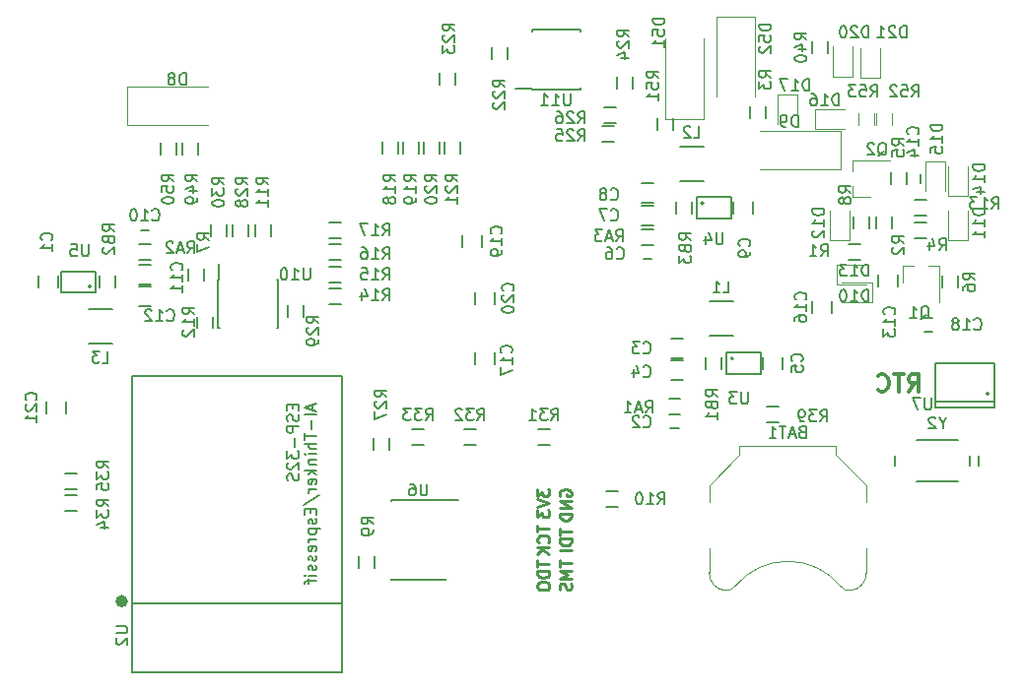
<source format=gbo>
G04 #@! TF.FileFunction,Legend,Bot*
%FSLAX46Y46*%
G04 Gerber Fmt 4.6, Leading zero omitted, Abs format (unit mm)*
G04 Created by KiCad (PCBNEW 4.0.7+dfsg1-1) date Wed Oct  4 16:48:49 2017*
%MOMM*%
%LPD*%
G01*
G04 APERTURE LIST*
%ADD10C,0.100000*%
%ADD11C,0.250000*%
%ADD12C,0.300000*%
%ADD13C,0.120000*%
%ADD14C,0.150000*%
%ADD15C,0.500000*%
%ADD16C,0.200000*%
G04 APERTURE END LIST*
D10*
D11*
X143082381Y-105854286D02*
X143082381Y-106425715D01*
X144082381Y-106140000D02*
X143082381Y-106140000D01*
X143987143Y-107330477D02*
X144034762Y-107282858D01*
X144082381Y-107140001D01*
X144082381Y-107044763D01*
X144034762Y-106901905D01*
X143939524Y-106806667D01*
X143844286Y-106759048D01*
X143653810Y-106711429D01*
X143510952Y-106711429D01*
X143320476Y-106759048D01*
X143225238Y-106806667D01*
X143130000Y-106901905D01*
X143082381Y-107044763D01*
X143082381Y-107140001D01*
X143130000Y-107282858D01*
X143177619Y-107330477D01*
X144082381Y-107759048D02*
X143082381Y-107759048D01*
X144082381Y-108330477D02*
X143510952Y-107901905D01*
X143082381Y-108330477D02*
X143653810Y-107759048D01*
X143082381Y-102726905D02*
X143082381Y-103345953D01*
X143463333Y-103012619D01*
X143463333Y-103155477D01*
X143510952Y-103250715D01*
X143558571Y-103298334D01*
X143653810Y-103345953D01*
X143891905Y-103345953D01*
X143987143Y-103298334D01*
X144034762Y-103250715D01*
X144082381Y-103155477D01*
X144082381Y-102869762D01*
X144034762Y-102774524D01*
X143987143Y-102726905D01*
X143082381Y-103631667D02*
X144082381Y-103965000D01*
X143082381Y-104298334D01*
X143082381Y-104536429D02*
X143082381Y-105155477D01*
X143463333Y-104822143D01*
X143463333Y-104965001D01*
X143510952Y-105060239D01*
X143558571Y-105107858D01*
X143653810Y-105155477D01*
X143891905Y-105155477D01*
X143987143Y-105107858D01*
X144034762Y-105060239D01*
X144082381Y-104965001D01*
X144082381Y-104679286D01*
X144034762Y-104584048D01*
X143987143Y-104536429D01*
X143082381Y-108878476D02*
X143082381Y-109449905D01*
X144082381Y-109164190D02*
X143082381Y-109164190D01*
X144082381Y-109783238D02*
X143082381Y-109783238D01*
X143082381Y-110021333D01*
X143130000Y-110164191D01*
X143225238Y-110259429D01*
X143320476Y-110307048D01*
X143510952Y-110354667D01*
X143653810Y-110354667D01*
X143844286Y-110307048D01*
X143939524Y-110259429D01*
X144034762Y-110164191D01*
X144082381Y-110021333D01*
X144082381Y-109783238D01*
X143082381Y-110973714D02*
X143082381Y-111164191D01*
X143130000Y-111259429D01*
X143225238Y-111354667D01*
X143415714Y-111402286D01*
X143749048Y-111402286D01*
X143939524Y-111354667D01*
X144034762Y-111259429D01*
X144082381Y-111164191D01*
X144082381Y-110973714D01*
X144034762Y-110878476D01*
X143939524Y-110783238D01*
X143749048Y-110735619D01*
X143415714Y-110735619D01*
X143225238Y-110783238D01*
X143130000Y-110878476D01*
X143082381Y-110973714D01*
X145035000Y-103330096D02*
X144987381Y-103234858D01*
X144987381Y-103092001D01*
X145035000Y-102949143D01*
X145130238Y-102853905D01*
X145225476Y-102806286D01*
X145415952Y-102758667D01*
X145558810Y-102758667D01*
X145749286Y-102806286D01*
X145844524Y-102853905D01*
X145939762Y-102949143D01*
X145987381Y-103092001D01*
X145987381Y-103187239D01*
X145939762Y-103330096D01*
X145892143Y-103377715D01*
X145558810Y-103377715D01*
X145558810Y-103187239D01*
X145987381Y-103806286D02*
X144987381Y-103806286D01*
X145987381Y-104377715D01*
X144987381Y-104377715D01*
X145987381Y-104853905D02*
X144987381Y-104853905D01*
X144987381Y-105092000D01*
X145035000Y-105234858D01*
X145130238Y-105330096D01*
X145225476Y-105377715D01*
X145415952Y-105425334D01*
X145558810Y-105425334D01*
X145749286Y-105377715D01*
X145844524Y-105330096D01*
X145939762Y-105234858D01*
X145987381Y-105092000D01*
X145987381Y-104853905D01*
X144987381Y-106116191D02*
X144987381Y-106687620D01*
X145987381Y-106401905D02*
X144987381Y-106401905D01*
X145987381Y-107020953D02*
X144987381Y-107020953D01*
X144987381Y-107259048D01*
X145035000Y-107401906D01*
X145130238Y-107497144D01*
X145225476Y-107544763D01*
X145415952Y-107592382D01*
X145558810Y-107592382D01*
X145749286Y-107544763D01*
X145844524Y-107497144D01*
X145939762Y-107401906D01*
X145987381Y-107259048D01*
X145987381Y-107020953D01*
X145987381Y-108020953D02*
X144987381Y-108020953D01*
X144987381Y-108854667D02*
X144987381Y-109426096D01*
X145987381Y-109140381D02*
X144987381Y-109140381D01*
X145987381Y-109759429D02*
X144987381Y-109759429D01*
X145701667Y-110092763D01*
X144987381Y-110426096D01*
X145987381Y-110426096D01*
X145939762Y-110854667D02*
X145987381Y-110997524D01*
X145987381Y-111235620D01*
X145939762Y-111330858D01*
X145892143Y-111378477D01*
X145796905Y-111426096D01*
X145701667Y-111426096D01*
X145606429Y-111378477D01*
X145558810Y-111330858D01*
X145511190Y-111235620D01*
X145463571Y-111045143D01*
X145415952Y-110949905D01*
X145368333Y-110902286D01*
X145273095Y-110854667D01*
X145177857Y-110854667D01*
X145082619Y-110902286D01*
X145035000Y-110949905D01*
X144987381Y-111045143D01*
X144987381Y-111283239D01*
X145035000Y-111426096D01*
D12*
X174967142Y-94356571D02*
X175467142Y-93642286D01*
X175824285Y-94356571D02*
X175824285Y-92856571D01*
X175252857Y-92856571D01*
X175109999Y-92928000D01*
X175038571Y-92999429D01*
X174967142Y-93142286D01*
X174967142Y-93356571D01*
X175038571Y-93499429D01*
X175109999Y-93570857D01*
X175252857Y-93642286D01*
X175824285Y-93642286D01*
X174538571Y-92856571D02*
X173681428Y-92856571D01*
X174109999Y-94356571D02*
X174109999Y-92856571D01*
X172324285Y-94213714D02*
X172395714Y-94285143D01*
X172610000Y-94356571D01*
X172752857Y-94356571D01*
X172967142Y-94285143D01*
X173110000Y-94142286D01*
X173181428Y-93999429D01*
X173252857Y-93713714D01*
X173252857Y-93499429D01*
X173181428Y-93213714D01*
X173110000Y-93070857D01*
X172967142Y-92928000D01*
X172752857Y-92856571D01*
X172610000Y-92856571D01*
X172395714Y-92928000D01*
X172324285Y-92999429D01*
D13*
X157345000Y-70900000D02*
X154045000Y-70900000D01*
X154045000Y-70900000D02*
X154045000Y-64000000D01*
X157345000Y-70900000D02*
X157345000Y-64000000D01*
D14*
X153369000Y-70826000D02*
X153369000Y-71826000D01*
X154719000Y-71826000D02*
X154719000Y-70826000D01*
X157870000Y-89565000D02*
X159870000Y-89565000D01*
X159870000Y-86615000D02*
X157870000Y-86615000D01*
X159886803Y-91500000D02*
G75*
G03X159886803Y-91500000I-111803J0D01*
G01*
X159275000Y-92800000D02*
X162275000Y-92800000D01*
X162275000Y-92800000D02*
X162275000Y-91000000D01*
X162275000Y-91000000D02*
X159275000Y-91000000D01*
X159275000Y-91000000D02*
X159275000Y-92800000D01*
X155330000Y-76230000D02*
X157330000Y-76230000D01*
X157330000Y-73280000D02*
X155330000Y-73280000D01*
X157346803Y-78135000D02*
G75*
G03X157346803Y-78135000I-111803J0D01*
G01*
X156735000Y-79435000D02*
X159735000Y-79435000D01*
X159735000Y-79435000D02*
X159735000Y-77635000D01*
X159735000Y-77635000D02*
X156735000Y-77635000D01*
X156735000Y-77635000D02*
X156735000Y-79435000D01*
X106530000Y-87250000D02*
X104530000Y-87250000D01*
X104530000Y-90200000D02*
X106530000Y-90200000D01*
X104736803Y-85315000D02*
G75*
G03X104736803Y-85315000I-111803J0D01*
G01*
X105125000Y-84015000D02*
X102125000Y-84015000D01*
X102125000Y-84015000D02*
X102125000Y-85815000D01*
X102125000Y-85815000D02*
X105125000Y-85815000D01*
X105125000Y-85815000D02*
X105125000Y-84015000D01*
X100235000Y-85415000D02*
X100235000Y-84415000D01*
X101935000Y-84415000D02*
X101935000Y-85415000D01*
X155560000Y-91480000D02*
X154560000Y-91480000D01*
X154560000Y-89780000D02*
X155560000Y-89780000D01*
X155560000Y-93385000D02*
X154560000Y-93385000D01*
X154560000Y-91685000D02*
X155560000Y-91685000D01*
X164165000Y-91400000D02*
X164165000Y-92400000D01*
X162465000Y-92400000D02*
X162465000Y-91400000D01*
X153020000Y-80050000D02*
X152020000Y-80050000D01*
X152020000Y-78350000D02*
X153020000Y-78350000D01*
X153020000Y-78145000D02*
X152020000Y-78145000D01*
X152020000Y-76445000D02*
X153020000Y-76445000D01*
X161625000Y-78065000D02*
X161625000Y-79065000D01*
X159925000Y-79065000D02*
X159925000Y-78065000D01*
X108840000Y-83430000D02*
X109840000Y-83430000D01*
X109840000Y-85130000D02*
X108840000Y-85130000D01*
X108840000Y-85335000D02*
X109840000Y-85335000D01*
X109840000Y-87035000D02*
X108840000Y-87035000D01*
X181857000Y-94567000D02*
G75*
G03X181857000Y-94567000I-127000J0D01*
G01*
X182365000Y-95202000D02*
X177285000Y-95202000D01*
X182365000Y-91900000D02*
X177285000Y-91900000D01*
X182365000Y-95710000D02*
X177285000Y-95710000D01*
X182365000Y-95710000D02*
X182365000Y-91900000D01*
X177285000Y-95710000D02*
X177285000Y-91900000D01*
X174071000Y-84288000D02*
X174071000Y-85288000D01*
X172371000Y-85288000D02*
X172371000Y-84288000D01*
D13*
X174435000Y-83520000D02*
X175365000Y-83520000D01*
X177595000Y-83520000D02*
X176665000Y-83520000D01*
X177595000Y-83520000D02*
X177595000Y-86680000D01*
X174435000Y-83520000D02*
X174435000Y-84980000D01*
X170175000Y-77605000D02*
X170175000Y-76675000D01*
X170175000Y-74445000D02*
X170175000Y-75375000D01*
X170175000Y-74445000D02*
X173335000Y-74445000D01*
X170175000Y-77605000D02*
X171635000Y-77605000D01*
D14*
X154510000Y-97510000D02*
X155210000Y-97510000D01*
X155210000Y-96310000D02*
X154510000Y-96310000D01*
X152170000Y-82975000D02*
X152870000Y-82975000D01*
X152870000Y-81775000D02*
X152170000Y-81775000D01*
X109690000Y-80505000D02*
X108990000Y-80505000D01*
X108990000Y-81705000D02*
X109690000Y-81705000D01*
X174780000Y-75675000D02*
X174780000Y-76375000D01*
X175980000Y-76375000D02*
X175980000Y-75675000D01*
X170800000Y-81700000D02*
X169800000Y-81700000D01*
X169800000Y-83050000D02*
X170800000Y-83050000D01*
X172165000Y-79335000D02*
X172165000Y-80335000D01*
X173515000Y-80335000D02*
X173515000Y-79335000D01*
X175515000Y-81145000D02*
X176515000Y-81145000D01*
X176515000Y-79795000D02*
X175515000Y-79795000D01*
X174785000Y-76525000D02*
X174785000Y-75525000D01*
X173435000Y-75525000D02*
X173435000Y-76525000D01*
X179230000Y-85415000D02*
X179230000Y-84415000D01*
X177880000Y-84415000D02*
X177880000Y-85415000D01*
X114460000Y-84780000D02*
X114460000Y-83780000D01*
X113110000Y-83780000D02*
X113110000Y-84780000D01*
X170260000Y-79335000D02*
X170260000Y-80335000D01*
X171610000Y-80335000D02*
X171610000Y-79335000D01*
X129065000Y-109545000D02*
X129065000Y-108545000D01*
X127715000Y-108545000D02*
X127715000Y-109545000D01*
X148972000Y-104259000D02*
X149972000Y-104259000D01*
X149972000Y-102909000D02*
X148972000Y-102909000D01*
X175515000Y-79240000D02*
X176515000Y-79240000D01*
X176515000Y-77890000D02*
X175515000Y-77890000D01*
X155360000Y-94965000D02*
X154360000Y-94965000D01*
X154360000Y-96315000D02*
X155360000Y-96315000D01*
X108840000Y-83050000D02*
X109840000Y-83050000D01*
X109840000Y-81700000D02*
X108840000Y-81700000D01*
X153020000Y-80430000D02*
X152020000Y-80430000D01*
X152020000Y-81780000D02*
X153020000Y-81780000D01*
X158910000Y-92400000D02*
X158910000Y-91400000D01*
X157560000Y-91400000D02*
X157560000Y-92400000D01*
X105490000Y-84415000D02*
X105490000Y-85415000D01*
X106840000Y-85415000D02*
X106840000Y-84415000D01*
X156370000Y-79065000D02*
X156370000Y-78065000D01*
X155020000Y-78065000D02*
X155020000Y-79065000D01*
X125182000Y-86860000D02*
X126182000Y-86860000D01*
X126182000Y-85510000D02*
X125182000Y-85510000D01*
X125182000Y-84954000D02*
X126182000Y-84954000D01*
X126182000Y-83604000D02*
X125182000Y-83604000D01*
X125182000Y-83050000D02*
X126182000Y-83050000D01*
X126182000Y-81700000D02*
X125182000Y-81700000D01*
X125182000Y-81145000D02*
X126182000Y-81145000D01*
X126182000Y-79795000D02*
X125182000Y-79795000D01*
X129747000Y-72858000D02*
X129747000Y-73858000D01*
X131097000Y-73858000D02*
X131097000Y-72858000D01*
X131525000Y-72858000D02*
X131525000Y-73858000D01*
X132875000Y-73858000D02*
X132875000Y-72858000D01*
X133303000Y-72858000D02*
X133303000Y-73858000D01*
X134653000Y-73858000D02*
X134653000Y-72858000D01*
X135081000Y-72858000D02*
X135081000Y-73858000D01*
X136431000Y-73858000D02*
X136431000Y-72858000D01*
X115655000Y-84745000D02*
X115705000Y-84745000D01*
X115655000Y-88895000D02*
X115800000Y-88895000D01*
X120805000Y-88895000D02*
X120660000Y-88895000D01*
X120805000Y-84745000D02*
X120660000Y-84745000D01*
X115655000Y-84745000D02*
X115655000Y-88895000D01*
X120805000Y-84745000D02*
X120805000Y-88895000D01*
X115705000Y-84745000D02*
X115705000Y-83345000D01*
X176300000Y-89198000D02*
X177000000Y-89198000D01*
X177000000Y-87998000D02*
X176300000Y-87998000D01*
X142605000Y-68375000D02*
X142605000Y-68325000D01*
X146755000Y-68375000D02*
X146755000Y-68230000D01*
X146755000Y-63225000D02*
X146755000Y-63370000D01*
X142605000Y-63225000D02*
X142605000Y-63370000D01*
X142605000Y-68375000D02*
X146755000Y-68375000D01*
X142605000Y-63225000D02*
X146755000Y-63225000D01*
X142605000Y-68325000D02*
X141205000Y-68325000D01*
D15*
X107638415Y-112384338D02*
G75*
G03X107638415Y-112384338I-283981J0D01*
G01*
D14*
X126260434Y-112530338D02*
X108260434Y-112530338D01*
X108260434Y-118530338D02*
X108260434Y-93030338D01*
X126260434Y-118530338D02*
X126260434Y-93030338D01*
X126260434Y-93030338D02*
X108260434Y-93030338D01*
X126260434Y-118530338D02*
X108260434Y-118530338D01*
X161370000Y-69810000D02*
X161370000Y-70810000D01*
X162720000Y-70810000D02*
X162720000Y-69810000D01*
X139145000Y-64730000D02*
X139145000Y-65730000D01*
X140495000Y-65730000D02*
X140495000Y-64730000D01*
X134700000Y-66932000D02*
X134700000Y-67932000D01*
X136050000Y-67932000D02*
X136050000Y-66932000D01*
X149940000Y-67270000D02*
X149940000Y-68270000D01*
X151290000Y-68270000D02*
X151290000Y-67270000D01*
X148675000Y-72890000D02*
X149675000Y-72890000D01*
X149675000Y-71540000D02*
X148675000Y-71540000D01*
X148780000Y-71275000D02*
X149780000Y-71275000D01*
X149780000Y-69925000D02*
X148780000Y-69925000D01*
X130510000Y-103690000D02*
X130510000Y-103790000D01*
X130510000Y-110515000D02*
X130510000Y-110490000D01*
X135160000Y-110515000D02*
X135160000Y-110490000D01*
X136235000Y-103690000D02*
X130510000Y-103690000D01*
X135160000Y-110515000D02*
X130510000Y-110515000D01*
X120175000Y-80970000D02*
X120175000Y-79970000D01*
X118825000Y-79970000D02*
X118825000Y-80970000D01*
X113805000Y-87900000D02*
X113805000Y-88900000D01*
X115155000Y-88900000D02*
X115155000Y-87900000D01*
X128985000Y-98385000D02*
X128985000Y-99385000D01*
X130335000Y-99385000D02*
X130335000Y-98385000D01*
X118270000Y-80970000D02*
X118270000Y-79970000D01*
X116920000Y-79970000D02*
X116920000Y-80970000D01*
X122955000Y-87900000D02*
X122955000Y-86900000D01*
X121605000Y-86900000D02*
X121605000Y-87900000D01*
X116365000Y-80970000D02*
X116365000Y-79970000D01*
X115015000Y-79970000D02*
X115015000Y-80970000D01*
X143130000Y-98925000D02*
X144130000Y-98925000D01*
X144130000Y-97575000D02*
X143130000Y-97575000D01*
X136780000Y-98925000D02*
X137780000Y-98925000D01*
X137780000Y-97575000D02*
X136780000Y-97575000D01*
X132335000Y-98925000D02*
X133335000Y-98925000D01*
X133335000Y-97575000D02*
X132335000Y-97575000D01*
X103490000Y-103290000D02*
X102490000Y-103290000D01*
X102490000Y-104640000D02*
X103490000Y-104640000D01*
X103490000Y-101385000D02*
X102490000Y-101385000D01*
X102490000Y-102735000D02*
X103490000Y-102735000D01*
X168356000Y-86574000D02*
X168356000Y-87574000D01*
X166656000Y-87574000D02*
X166656000Y-86574000D01*
X162815000Y-97020000D02*
X163815000Y-97020000D01*
X163815000Y-95670000D02*
X162815000Y-95670000D01*
X166704000Y-64222000D02*
X166704000Y-65222000D01*
X168054000Y-65222000D02*
X168054000Y-64222000D01*
X137700000Y-92019000D02*
X137700000Y-91019000D01*
X139400000Y-91019000D02*
X139400000Y-92019000D01*
X138330000Y-80900000D02*
X138330000Y-81900000D01*
X136630000Y-81900000D02*
X136630000Y-80900000D01*
X137700000Y-86792000D02*
X137700000Y-85792000D01*
X139400000Y-85792000D02*
X139400000Y-86792000D01*
X100870000Y-96210000D02*
X100870000Y-95210000D01*
X102570000Y-95210000D02*
X102570000Y-96210000D01*
X112602000Y-72985000D02*
X112602000Y-73985000D01*
X113952000Y-73985000D02*
X113952000Y-72985000D01*
X110697000Y-72985000D02*
X110697000Y-73985000D01*
X112047000Y-73985000D02*
X112047000Y-72985000D01*
D13*
X172160000Y-70445000D02*
X172160000Y-71445000D01*
X173520000Y-71445000D02*
X173520000Y-70445000D01*
X170636000Y-70445000D02*
X170636000Y-71445000D01*
X171996000Y-71445000D02*
X171996000Y-70445000D01*
X159170385Y-111454160D02*
G75*
G03X160085000Y-111070000I124615J984160D01*
G01*
X169999615Y-111454160D02*
G75*
G02X169085000Y-111070000I-124615J984160D01*
G01*
X160094339Y-111058671D02*
G75*
G02X169085000Y-111070000I4490661J-3711329D01*
G01*
X157835000Y-109920000D02*
G75*
G03X159285000Y-111470000I1500000J-50000D01*
G01*
X171335000Y-109920000D02*
G75*
G02X169885000Y-111470000I-1500000J-50000D01*
G01*
X157835000Y-107870000D02*
X157835000Y-109970000D01*
X171335000Y-107870000D02*
X171335000Y-109970000D01*
X171335000Y-103870000D02*
X171335000Y-102420000D01*
X171335000Y-102420000D02*
X168735000Y-99820000D01*
X168735000Y-99820000D02*
X168735000Y-99020000D01*
X168735000Y-99020000D02*
X160435000Y-99020000D01*
X160435000Y-99020000D02*
X160435000Y-99820000D01*
X160435000Y-99820000D02*
X157835000Y-102420000D01*
X157835000Y-102420000D02*
X157835000Y-103870000D01*
D14*
X173812000Y-99882000D02*
X173812000Y-100682000D01*
X179212000Y-98482000D02*
X175612000Y-98482000D01*
X179212000Y-102082000D02*
X175612000Y-102082000D01*
X180212000Y-99882000D02*
X180212000Y-100682000D01*
X181012000Y-99882000D02*
X181012000Y-100682000D01*
D13*
X176435000Y-74525000D02*
X178135000Y-74525000D01*
X178135000Y-74525000D02*
X178135000Y-77075000D01*
X176435000Y-74525000D02*
X176435000Y-77075000D01*
X168800000Y-85130000D02*
X168800000Y-83430000D01*
X168800000Y-83430000D02*
X171350000Y-83430000D01*
X168800000Y-85130000D02*
X171350000Y-85130000D01*
X180040000Y-81335000D02*
X178340000Y-81335000D01*
X178340000Y-81335000D02*
X178340000Y-78785000D01*
X180040000Y-81335000D02*
X180040000Y-78785000D01*
X169880000Y-81335000D02*
X168180000Y-81335000D01*
X168180000Y-81335000D02*
X168180000Y-78785000D01*
X169880000Y-81335000D02*
X169880000Y-78785000D01*
X171800000Y-84954000D02*
X171800000Y-86654000D01*
X171800000Y-86654000D02*
X169250000Y-86654000D01*
X171800000Y-84954000D02*
X169250000Y-84954000D01*
X180040000Y-77525000D02*
X178340000Y-77525000D01*
X178340000Y-77525000D02*
X178340000Y-74975000D01*
X180040000Y-77525000D02*
X180040000Y-74975000D01*
X166895000Y-71795000D02*
X166895000Y-70095000D01*
X166895000Y-70095000D02*
X169445000Y-70095000D01*
X166895000Y-71795000D02*
X169445000Y-71795000D01*
X163735000Y-68810000D02*
X165435000Y-68810000D01*
X165435000Y-68810000D02*
X165435000Y-71360000D01*
X163735000Y-68810000D02*
X163735000Y-71360000D01*
X170134000Y-67238000D02*
X168434000Y-67238000D01*
X168434000Y-67238000D02*
X168434000Y-64688000D01*
X170134000Y-67238000D02*
X170134000Y-64688000D01*
X172547000Y-67331000D02*
X170847000Y-67331000D01*
X170847000Y-67331000D02*
X170847000Y-64781000D01*
X172547000Y-67331000D02*
X172547000Y-64781000D01*
X107861000Y-71452000D02*
X107861000Y-68152000D01*
X107861000Y-68152000D02*
X114761000Y-68152000D01*
X107861000Y-71452000D02*
X114761000Y-71452000D01*
X169112000Y-71962000D02*
X169112000Y-75262000D01*
X169112000Y-75262000D02*
X162212000Y-75262000D01*
X169112000Y-71962000D02*
X162212000Y-71962000D01*
X158490000Y-62100000D02*
X161790000Y-62100000D01*
X161790000Y-62100000D02*
X161790000Y-69000000D01*
X158490000Y-62100000D02*
X158490000Y-69000000D01*
D14*
X153988381Y-62237714D02*
X152988381Y-62237714D01*
X152988381Y-62475809D01*
X153036000Y-62618667D01*
X153131238Y-62713905D01*
X153226476Y-62761524D01*
X153416952Y-62809143D01*
X153559810Y-62809143D01*
X153750286Y-62761524D01*
X153845524Y-62713905D01*
X153940762Y-62618667D01*
X153988381Y-62475809D01*
X153988381Y-62237714D01*
X152988381Y-63713905D02*
X152988381Y-63237714D01*
X153464571Y-63190095D01*
X153416952Y-63237714D01*
X153369333Y-63332952D01*
X153369333Y-63571048D01*
X153416952Y-63666286D01*
X153464571Y-63713905D01*
X153559810Y-63761524D01*
X153797905Y-63761524D01*
X153893143Y-63713905D01*
X153940762Y-63666286D01*
X153988381Y-63571048D01*
X153988381Y-63332952D01*
X153940762Y-63237714D01*
X153893143Y-63190095D01*
X153988381Y-64713905D02*
X153988381Y-64142476D01*
X153988381Y-64428190D02*
X152988381Y-64428190D01*
X153131238Y-64332952D01*
X153226476Y-64237714D01*
X153274095Y-64142476D01*
X153480381Y-67381143D02*
X153004190Y-67047809D01*
X153480381Y-66809714D02*
X152480381Y-66809714D01*
X152480381Y-67190667D01*
X152528000Y-67285905D01*
X152575619Y-67333524D01*
X152670857Y-67381143D01*
X152813714Y-67381143D01*
X152908952Y-67333524D01*
X152956571Y-67285905D01*
X153004190Y-67190667D01*
X153004190Y-66809714D01*
X152480381Y-68285905D02*
X152480381Y-67809714D01*
X152956571Y-67762095D01*
X152908952Y-67809714D01*
X152861333Y-67904952D01*
X152861333Y-68143048D01*
X152908952Y-68238286D01*
X152956571Y-68285905D01*
X153051810Y-68333524D01*
X153289905Y-68333524D01*
X153385143Y-68285905D01*
X153432762Y-68238286D01*
X153480381Y-68143048D01*
X153480381Y-67904952D01*
X153432762Y-67809714D01*
X153385143Y-67762095D01*
X153480381Y-69285905D02*
X153480381Y-68714476D01*
X153480381Y-69000190D02*
X152480381Y-69000190D01*
X152623238Y-68904952D01*
X152718476Y-68809714D01*
X152766095Y-68714476D01*
X159036666Y-85842381D02*
X159512857Y-85842381D01*
X159512857Y-84842381D01*
X158179523Y-85842381D02*
X158750952Y-85842381D01*
X158465238Y-85842381D02*
X158465238Y-84842381D01*
X158560476Y-84985238D01*
X158655714Y-85080476D01*
X158750952Y-85128095D01*
D16*
X161155905Y-94400381D02*
X161155905Y-95209905D01*
X161108286Y-95305143D01*
X161060667Y-95352762D01*
X160965429Y-95400381D01*
X160774952Y-95400381D01*
X160679714Y-95352762D01*
X160632095Y-95305143D01*
X160584476Y-95209905D01*
X160584476Y-94400381D01*
X160203524Y-94400381D02*
X159584476Y-94400381D01*
X159917810Y-94781333D01*
X159774952Y-94781333D01*
X159679714Y-94828952D01*
X159632095Y-94876571D01*
X159584476Y-94971810D01*
X159584476Y-95209905D01*
X159632095Y-95305143D01*
X159679714Y-95352762D01*
X159774952Y-95400381D01*
X160060667Y-95400381D01*
X160155905Y-95352762D01*
X160203524Y-95305143D01*
D14*
X156496666Y-72507381D02*
X156972857Y-72507381D01*
X156972857Y-71507381D01*
X156210952Y-71602619D02*
X156163333Y-71555000D01*
X156068095Y-71507381D01*
X155829999Y-71507381D01*
X155734761Y-71555000D01*
X155687142Y-71602619D01*
X155639523Y-71697857D01*
X155639523Y-71793095D01*
X155687142Y-71935952D01*
X156258571Y-72507381D01*
X155639523Y-72507381D01*
D16*
X158996905Y-80684381D02*
X158996905Y-81493905D01*
X158949286Y-81589143D01*
X158901667Y-81636762D01*
X158806429Y-81684381D01*
X158615952Y-81684381D01*
X158520714Y-81636762D01*
X158473095Y-81589143D01*
X158425476Y-81493905D01*
X158425476Y-80684381D01*
X157520714Y-81017714D02*
X157520714Y-81684381D01*
X157758810Y-80636762D02*
X157996905Y-81351048D01*
X157377857Y-81351048D01*
D14*
X105696666Y-91877381D02*
X106172857Y-91877381D01*
X106172857Y-90877381D01*
X105458571Y-90877381D02*
X104839523Y-90877381D01*
X105172857Y-91258333D01*
X105029999Y-91258333D01*
X104934761Y-91305952D01*
X104887142Y-91353571D01*
X104839523Y-91448810D01*
X104839523Y-91686905D01*
X104887142Y-91782143D01*
X104934761Y-91829762D01*
X105029999Y-91877381D01*
X105315714Y-91877381D01*
X105410952Y-91829762D01*
X105458571Y-91782143D01*
D16*
X104513905Y-81700381D02*
X104513905Y-82509905D01*
X104466286Y-82605143D01*
X104418667Y-82652762D01*
X104323429Y-82700381D01*
X104132952Y-82700381D01*
X104037714Y-82652762D01*
X103990095Y-82605143D01*
X103942476Y-82509905D01*
X103942476Y-81700381D01*
X102990095Y-81700381D02*
X103466286Y-81700381D01*
X103513905Y-82176571D01*
X103466286Y-82128952D01*
X103371048Y-82081333D01*
X103132952Y-82081333D01*
X103037714Y-82128952D01*
X102990095Y-82176571D01*
X102942476Y-82271810D01*
X102942476Y-82509905D01*
X102990095Y-82605143D01*
X103037714Y-82652762D01*
X103132952Y-82700381D01*
X103371048Y-82700381D01*
X103466286Y-82652762D01*
X103513905Y-82605143D01*
D14*
X101315143Y-81319334D02*
X101362762Y-81271715D01*
X101410381Y-81128858D01*
X101410381Y-81033620D01*
X101362762Y-80890762D01*
X101267524Y-80795524D01*
X101172286Y-80747905D01*
X100981810Y-80700286D01*
X100838952Y-80700286D01*
X100648476Y-80747905D01*
X100553238Y-80795524D01*
X100458000Y-80890762D01*
X100410381Y-81033620D01*
X100410381Y-81128858D01*
X100458000Y-81271715D01*
X100505619Y-81319334D01*
X101410381Y-82271715D02*
X101410381Y-81700286D01*
X101410381Y-81986000D02*
X100410381Y-81986000D01*
X100553238Y-81890762D01*
X100648476Y-81795524D01*
X100696095Y-81700286D01*
X152178666Y-90987143D02*
X152226285Y-91034762D01*
X152369142Y-91082381D01*
X152464380Y-91082381D01*
X152607238Y-91034762D01*
X152702476Y-90939524D01*
X152750095Y-90844286D01*
X152797714Y-90653810D01*
X152797714Y-90510952D01*
X152750095Y-90320476D01*
X152702476Y-90225238D01*
X152607238Y-90130000D01*
X152464380Y-90082381D01*
X152369142Y-90082381D01*
X152226285Y-90130000D01*
X152178666Y-90177619D01*
X151845333Y-90082381D02*
X151226285Y-90082381D01*
X151559619Y-90463333D01*
X151416761Y-90463333D01*
X151321523Y-90510952D01*
X151273904Y-90558571D01*
X151226285Y-90653810D01*
X151226285Y-90891905D01*
X151273904Y-90987143D01*
X151321523Y-91034762D01*
X151416761Y-91082381D01*
X151702476Y-91082381D01*
X151797714Y-91034762D01*
X151845333Y-90987143D01*
X152178666Y-93019143D02*
X152226285Y-93066762D01*
X152369142Y-93114381D01*
X152464380Y-93114381D01*
X152607238Y-93066762D01*
X152702476Y-92971524D01*
X152750095Y-92876286D01*
X152797714Y-92685810D01*
X152797714Y-92542952D01*
X152750095Y-92352476D01*
X152702476Y-92257238D01*
X152607238Y-92162000D01*
X152464380Y-92114381D01*
X152369142Y-92114381D01*
X152226285Y-92162000D01*
X152178666Y-92209619D01*
X151321523Y-92447714D02*
X151321523Y-93114381D01*
X151559619Y-92066762D02*
X151797714Y-92781048D01*
X151178666Y-92781048D01*
X165772143Y-91733334D02*
X165819762Y-91685715D01*
X165867381Y-91542858D01*
X165867381Y-91447620D01*
X165819762Y-91304762D01*
X165724524Y-91209524D01*
X165629286Y-91161905D01*
X165438810Y-91114286D01*
X165295952Y-91114286D01*
X165105476Y-91161905D01*
X165010238Y-91209524D01*
X164915000Y-91304762D01*
X164867381Y-91447620D01*
X164867381Y-91542858D01*
X164915000Y-91685715D01*
X164962619Y-91733334D01*
X164867381Y-92638096D02*
X164867381Y-92161905D01*
X165343571Y-92114286D01*
X165295952Y-92161905D01*
X165248333Y-92257143D01*
X165248333Y-92495239D01*
X165295952Y-92590477D01*
X165343571Y-92638096D01*
X165438810Y-92685715D01*
X165676905Y-92685715D01*
X165772143Y-92638096D01*
X165819762Y-92590477D01*
X165867381Y-92495239D01*
X165867381Y-92257143D01*
X165819762Y-92161905D01*
X165772143Y-92114286D01*
X149384666Y-79557143D02*
X149432285Y-79604762D01*
X149575142Y-79652381D01*
X149670380Y-79652381D01*
X149813238Y-79604762D01*
X149908476Y-79509524D01*
X149956095Y-79414286D01*
X150003714Y-79223810D01*
X150003714Y-79080952D01*
X149956095Y-78890476D01*
X149908476Y-78795238D01*
X149813238Y-78700000D01*
X149670380Y-78652381D01*
X149575142Y-78652381D01*
X149432285Y-78700000D01*
X149384666Y-78747619D01*
X149051333Y-78652381D02*
X148384666Y-78652381D01*
X148813238Y-79652381D01*
X149384666Y-77779143D02*
X149432285Y-77826762D01*
X149575142Y-77874381D01*
X149670380Y-77874381D01*
X149813238Y-77826762D01*
X149908476Y-77731524D01*
X149956095Y-77636286D01*
X150003714Y-77445810D01*
X150003714Y-77302952D01*
X149956095Y-77112476D01*
X149908476Y-77017238D01*
X149813238Y-76922000D01*
X149670380Y-76874381D01*
X149575142Y-76874381D01*
X149432285Y-76922000D01*
X149384666Y-76969619D01*
X148813238Y-77302952D02*
X148908476Y-77255333D01*
X148956095Y-77207714D01*
X149003714Y-77112476D01*
X149003714Y-77064857D01*
X148956095Y-76969619D01*
X148908476Y-76922000D01*
X148813238Y-76874381D01*
X148622761Y-76874381D01*
X148527523Y-76922000D01*
X148479904Y-76969619D01*
X148432285Y-77064857D01*
X148432285Y-77112476D01*
X148479904Y-77207714D01*
X148527523Y-77255333D01*
X148622761Y-77302952D01*
X148813238Y-77302952D01*
X148908476Y-77350571D01*
X148956095Y-77398190D01*
X149003714Y-77493429D01*
X149003714Y-77683905D01*
X148956095Y-77779143D01*
X148908476Y-77826762D01*
X148813238Y-77874381D01*
X148622761Y-77874381D01*
X148527523Y-77826762D01*
X148479904Y-77779143D01*
X148432285Y-77683905D01*
X148432285Y-77493429D01*
X148479904Y-77398190D01*
X148527523Y-77350571D01*
X148622761Y-77302952D01*
X161259143Y-81827334D02*
X161306762Y-81779715D01*
X161354381Y-81636858D01*
X161354381Y-81541620D01*
X161306762Y-81398762D01*
X161211524Y-81303524D01*
X161116286Y-81255905D01*
X160925810Y-81208286D01*
X160782952Y-81208286D01*
X160592476Y-81255905D01*
X160497238Y-81303524D01*
X160402000Y-81398762D01*
X160354381Y-81541620D01*
X160354381Y-81636858D01*
X160402000Y-81779715D01*
X160449619Y-81827334D01*
X161354381Y-82303524D02*
X161354381Y-82494000D01*
X161306762Y-82589239D01*
X161259143Y-82636858D01*
X161116286Y-82732096D01*
X160925810Y-82779715D01*
X160544857Y-82779715D01*
X160449619Y-82732096D01*
X160402000Y-82684477D01*
X160354381Y-82589239D01*
X160354381Y-82398762D01*
X160402000Y-82303524D01*
X160449619Y-82255905D01*
X160544857Y-82208286D01*
X160782952Y-82208286D01*
X160878190Y-82255905D01*
X160925810Y-82303524D01*
X160973429Y-82398762D01*
X160973429Y-82589239D01*
X160925810Y-82684477D01*
X160878190Y-82732096D01*
X160782952Y-82779715D01*
X112491143Y-83891143D02*
X112538762Y-83843524D01*
X112586381Y-83700667D01*
X112586381Y-83605429D01*
X112538762Y-83462571D01*
X112443524Y-83367333D01*
X112348286Y-83319714D01*
X112157810Y-83272095D01*
X112014952Y-83272095D01*
X111824476Y-83319714D01*
X111729238Y-83367333D01*
X111634000Y-83462571D01*
X111586381Y-83605429D01*
X111586381Y-83700667D01*
X111634000Y-83843524D01*
X111681619Y-83891143D01*
X112586381Y-84843524D02*
X112586381Y-84272095D01*
X112586381Y-84557809D02*
X111586381Y-84557809D01*
X111729238Y-84462571D01*
X111824476Y-84367333D01*
X111872095Y-84272095D01*
X112586381Y-85795905D02*
X112586381Y-85224476D01*
X112586381Y-85510190D02*
X111586381Y-85510190D01*
X111729238Y-85414952D01*
X111824476Y-85319714D01*
X111872095Y-85224476D01*
X111252857Y-88193143D02*
X111300476Y-88240762D01*
X111443333Y-88288381D01*
X111538571Y-88288381D01*
X111681429Y-88240762D01*
X111776667Y-88145524D01*
X111824286Y-88050286D01*
X111871905Y-87859810D01*
X111871905Y-87716952D01*
X111824286Y-87526476D01*
X111776667Y-87431238D01*
X111681429Y-87336000D01*
X111538571Y-87288381D01*
X111443333Y-87288381D01*
X111300476Y-87336000D01*
X111252857Y-87383619D01*
X110300476Y-88288381D02*
X110871905Y-88288381D01*
X110586191Y-88288381D02*
X110586191Y-87288381D01*
X110681429Y-87431238D01*
X110776667Y-87526476D01*
X110871905Y-87574095D01*
X109919524Y-87383619D02*
X109871905Y-87336000D01*
X109776667Y-87288381D01*
X109538571Y-87288381D01*
X109443333Y-87336000D01*
X109395714Y-87383619D01*
X109348095Y-87478857D01*
X109348095Y-87574095D01*
X109395714Y-87716952D01*
X109967143Y-88288381D01*
X109348095Y-88288381D01*
X176903905Y-94908381D02*
X176903905Y-95717905D01*
X176856286Y-95813143D01*
X176808667Y-95860762D01*
X176713429Y-95908381D01*
X176522952Y-95908381D01*
X176427714Y-95860762D01*
X176380095Y-95813143D01*
X176332476Y-95717905D01*
X176332476Y-94908381D01*
X175951524Y-94908381D02*
X175284857Y-94908381D01*
X175713429Y-95908381D01*
X173705143Y-87701143D02*
X173752762Y-87653524D01*
X173800381Y-87510667D01*
X173800381Y-87415429D01*
X173752762Y-87272571D01*
X173657524Y-87177333D01*
X173562286Y-87129714D01*
X173371810Y-87082095D01*
X173228952Y-87082095D01*
X173038476Y-87129714D01*
X172943238Y-87177333D01*
X172848000Y-87272571D01*
X172800381Y-87415429D01*
X172800381Y-87510667D01*
X172848000Y-87653524D01*
X172895619Y-87701143D01*
X173800381Y-88653524D02*
X173800381Y-88082095D01*
X173800381Y-88367809D02*
X172800381Y-88367809D01*
X172943238Y-88272571D01*
X173038476Y-88177333D01*
X173086095Y-88082095D01*
X172800381Y-88986857D02*
X172800381Y-89605905D01*
X173181333Y-89272571D01*
X173181333Y-89415429D01*
X173228952Y-89510667D01*
X173276571Y-89558286D01*
X173371810Y-89605905D01*
X173609905Y-89605905D01*
X173705143Y-89558286D01*
X173752762Y-89510667D01*
X173800381Y-89415429D01*
X173800381Y-89129714D01*
X173752762Y-89034476D01*
X173705143Y-88986857D01*
X175983238Y-88129619D02*
X176078476Y-88082000D01*
X176173714Y-87986762D01*
X176316571Y-87843905D01*
X176411810Y-87796286D01*
X176507048Y-87796286D01*
X176459429Y-88034381D02*
X176554667Y-87986762D01*
X176649905Y-87891524D01*
X176697524Y-87701048D01*
X176697524Y-87367714D01*
X176649905Y-87177238D01*
X176554667Y-87082000D01*
X176459429Y-87034381D01*
X176268952Y-87034381D01*
X176173714Y-87082000D01*
X176078476Y-87177238D01*
X176030857Y-87367714D01*
X176030857Y-87701048D01*
X176078476Y-87891524D01*
X176173714Y-87986762D01*
X176268952Y-88034381D01*
X176459429Y-88034381D01*
X175078476Y-88034381D02*
X175649905Y-88034381D01*
X175364191Y-88034381D02*
X175364191Y-87034381D01*
X175459429Y-87177238D01*
X175554667Y-87272476D01*
X175649905Y-87320095D01*
X172325238Y-74072619D02*
X172420476Y-74025000D01*
X172515714Y-73929762D01*
X172658571Y-73786905D01*
X172753810Y-73739286D01*
X172849048Y-73739286D01*
X172801429Y-73977381D02*
X172896667Y-73929762D01*
X172991905Y-73834524D01*
X173039524Y-73644048D01*
X173039524Y-73310714D01*
X172991905Y-73120238D01*
X172896667Y-73025000D01*
X172801429Y-72977381D01*
X172610952Y-72977381D01*
X172515714Y-73025000D01*
X172420476Y-73120238D01*
X172372857Y-73310714D01*
X172372857Y-73644048D01*
X172420476Y-73834524D01*
X172515714Y-73929762D01*
X172610952Y-73977381D01*
X172801429Y-73977381D01*
X171991905Y-73072619D02*
X171944286Y-73025000D01*
X171849048Y-72977381D01*
X171610952Y-72977381D01*
X171515714Y-73025000D01*
X171468095Y-73072619D01*
X171420476Y-73167857D01*
X171420476Y-73263095D01*
X171468095Y-73405952D01*
X172039524Y-73977381D01*
X171420476Y-73977381D01*
X152178666Y-97337143D02*
X152226285Y-97384762D01*
X152369142Y-97432381D01*
X152464380Y-97432381D01*
X152607238Y-97384762D01*
X152702476Y-97289524D01*
X152750095Y-97194286D01*
X152797714Y-97003810D01*
X152797714Y-96860952D01*
X152750095Y-96670476D01*
X152702476Y-96575238D01*
X152607238Y-96480000D01*
X152464380Y-96432381D01*
X152369142Y-96432381D01*
X152226285Y-96480000D01*
X152178666Y-96527619D01*
X151797714Y-96527619D02*
X151750095Y-96480000D01*
X151654857Y-96432381D01*
X151416761Y-96432381D01*
X151321523Y-96480000D01*
X151273904Y-96527619D01*
X151226285Y-96622857D01*
X151226285Y-96718095D01*
X151273904Y-96860952D01*
X151845333Y-97432381D01*
X151226285Y-97432381D01*
X149892666Y-82859143D02*
X149940285Y-82906762D01*
X150083142Y-82954381D01*
X150178380Y-82954381D01*
X150321238Y-82906762D01*
X150416476Y-82811524D01*
X150464095Y-82716286D01*
X150511714Y-82525810D01*
X150511714Y-82382952D01*
X150464095Y-82192476D01*
X150416476Y-82097238D01*
X150321238Y-82002000D01*
X150178380Y-81954381D01*
X150083142Y-81954381D01*
X149940285Y-82002000D01*
X149892666Y-82049619D01*
X149035523Y-81954381D02*
X149226000Y-81954381D01*
X149321238Y-82002000D01*
X149368857Y-82049619D01*
X149464095Y-82192476D01*
X149511714Y-82382952D01*
X149511714Y-82763905D01*
X149464095Y-82859143D01*
X149416476Y-82906762D01*
X149321238Y-82954381D01*
X149130761Y-82954381D01*
X149035523Y-82906762D01*
X148987904Y-82859143D01*
X148940285Y-82763905D01*
X148940285Y-82525810D01*
X148987904Y-82430571D01*
X149035523Y-82382952D01*
X149130761Y-82335333D01*
X149321238Y-82335333D01*
X149416476Y-82382952D01*
X149464095Y-82430571D01*
X149511714Y-82525810D01*
X109982857Y-79562143D02*
X110030476Y-79609762D01*
X110173333Y-79657381D01*
X110268571Y-79657381D01*
X110411429Y-79609762D01*
X110506667Y-79514524D01*
X110554286Y-79419286D01*
X110601905Y-79228810D01*
X110601905Y-79085952D01*
X110554286Y-78895476D01*
X110506667Y-78800238D01*
X110411429Y-78705000D01*
X110268571Y-78657381D01*
X110173333Y-78657381D01*
X110030476Y-78705000D01*
X109982857Y-78752619D01*
X109030476Y-79657381D02*
X109601905Y-79657381D01*
X109316191Y-79657381D02*
X109316191Y-78657381D01*
X109411429Y-78800238D01*
X109506667Y-78895476D01*
X109601905Y-78943095D01*
X108411429Y-78657381D02*
X108316190Y-78657381D01*
X108220952Y-78705000D01*
X108173333Y-78752619D01*
X108125714Y-78847857D01*
X108078095Y-79038333D01*
X108078095Y-79276429D01*
X108125714Y-79466905D01*
X108173333Y-79562143D01*
X108220952Y-79609762D01*
X108316190Y-79657381D01*
X108411429Y-79657381D01*
X108506667Y-79609762D01*
X108554286Y-79562143D01*
X108601905Y-79466905D01*
X108649524Y-79276429D01*
X108649524Y-79038333D01*
X108601905Y-78847857D01*
X108554286Y-78752619D01*
X108506667Y-78705000D01*
X108411429Y-78657381D01*
X175737143Y-72207143D02*
X175784762Y-72159524D01*
X175832381Y-72016667D01*
X175832381Y-71921429D01*
X175784762Y-71778571D01*
X175689524Y-71683333D01*
X175594286Y-71635714D01*
X175403810Y-71588095D01*
X175260952Y-71588095D01*
X175070476Y-71635714D01*
X174975238Y-71683333D01*
X174880000Y-71778571D01*
X174832381Y-71921429D01*
X174832381Y-72016667D01*
X174880000Y-72159524D01*
X174927619Y-72207143D01*
X175832381Y-73159524D02*
X175832381Y-72588095D01*
X175832381Y-72873809D02*
X174832381Y-72873809D01*
X174975238Y-72778571D01*
X175070476Y-72683333D01*
X175118095Y-72588095D01*
X175165714Y-74016667D02*
X175832381Y-74016667D01*
X174784762Y-73778571D02*
X175499048Y-73540476D01*
X175499048Y-74159524D01*
X167418666Y-82700381D02*
X167752000Y-82224190D01*
X167990095Y-82700381D02*
X167990095Y-81700381D01*
X167609142Y-81700381D01*
X167513904Y-81748000D01*
X167466285Y-81795619D01*
X167418666Y-81890857D01*
X167418666Y-82033714D01*
X167466285Y-82128952D01*
X167513904Y-82176571D01*
X167609142Y-82224190D01*
X167990095Y-82224190D01*
X166466285Y-82700381D02*
X167037714Y-82700381D01*
X166752000Y-82700381D02*
X166752000Y-81700381D01*
X166847238Y-81843238D01*
X166942476Y-81938476D01*
X167037714Y-81986095D01*
X174562381Y-81573334D02*
X174086190Y-81240000D01*
X174562381Y-81001905D02*
X173562381Y-81001905D01*
X173562381Y-81382858D01*
X173610000Y-81478096D01*
X173657619Y-81525715D01*
X173752857Y-81573334D01*
X173895714Y-81573334D01*
X173990952Y-81525715D01*
X174038571Y-81478096D01*
X174086190Y-81382858D01*
X174086190Y-81001905D01*
X173657619Y-81954286D02*
X173610000Y-82001905D01*
X173562381Y-82097143D01*
X173562381Y-82335239D01*
X173610000Y-82430477D01*
X173657619Y-82478096D01*
X173752857Y-82525715D01*
X173848095Y-82525715D01*
X173990952Y-82478096D01*
X174562381Y-81906667D01*
X174562381Y-82525715D01*
X177578666Y-82192381D02*
X177912000Y-81716190D01*
X178150095Y-82192381D02*
X178150095Y-81192381D01*
X177769142Y-81192381D01*
X177673904Y-81240000D01*
X177626285Y-81287619D01*
X177578666Y-81382857D01*
X177578666Y-81525714D01*
X177626285Y-81620952D01*
X177673904Y-81668571D01*
X177769142Y-81716190D01*
X178150095Y-81716190D01*
X176721523Y-81525714D02*
X176721523Y-82192381D01*
X176959619Y-81144762D02*
X177197714Y-81859048D01*
X176578666Y-81859048D01*
X174562381Y-73191334D02*
X174086190Y-72858000D01*
X174562381Y-72619905D02*
X173562381Y-72619905D01*
X173562381Y-73000858D01*
X173610000Y-73096096D01*
X173657619Y-73143715D01*
X173752857Y-73191334D01*
X173895714Y-73191334D01*
X173990952Y-73143715D01*
X174038571Y-73096096D01*
X174086190Y-73000858D01*
X174086190Y-72619905D01*
X173562381Y-74096096D02*
X173562381Y-73619905D01*
X174038571Y-73572286D01*
X173990952Y-73619905D01*
X173943333Y-73715143D01*
X173943333Y-73953239D01*
X173990952Y-74048477D01*
X174038571Y-74096096D01*
X174133810Y-74143715D01*
X174371905Y-74143715D01*
X174467143Y-74096096D01*
X174514762Y-74048477D01*
X174562381Y-73953239D01*
X174562381Y-73715143D01*
X174514762Y-73619905D01*
X174467143Y-73572286D01*
X180658381Y-84748334D02*
X180182190Y-84415000D01*
X180658381Y-84176905D02*
X179658381Y-84176905D01*
X179658381Y-84557858D01*
X179706000Y-84653096D01*
X179753619Y-84700715D01*
X179848857Y-84748334D01*
X179991714Y-84748334D01*
X180086952Y-84700715D01*
X180134571Y-84653096D01*
X180182190Y-84557858D01*
X180182190Y-84176905D01*
X179658381Y-85605477D02*
X179658381Y-85415000D01*
X179706000Y-85319762D01*
X179753619Y-85272143D01*
X179896476Y-85176905D01*
X180086952Y-85129286D01*
X180467905Y-85129286D01*
X180563143Y-85176905D01*
X180610762Y-85224524D01*
X180658381Y-85319762D01*
X180658381Y-85510239D01*
X180610762Y-85605477D01*
X180563143Y-85653096D01*
X180467905Y-85700715D01*
X180229810Y-85700715D01*
X180134571Y-85653096D01*
X180086952Y-85605477D01*
X180039333Y-85510239D01*
X180039333Y-85319762D01*
X180086952Y-85224524D01*
X180134571Y-85176905D01*
X180229810Y-85129286D01*
X114872381Y-81319334D02*
X114396190Y-80986000D01*
X114872381Y-80747905D02*
X113872381Y-80747905D01*
X113872381Y-81128858D01*
X113920000Y-81224096D01*
X113967619Y-81271715D01*
X114062857Y-81319334D01*
X114205714Y-81319334D01*
X114300952Y-81271715D01*
X114348571Y-81224096D01*
X114396190Y-81128858D01*
X114396190Y-80747905D01*
X113872381Y-81652667D02*
X113872381Y-82319334D01*
X114872381Y-81890762D01*
X169990381Y-77255334D02*
X169514190Y-76922000D01*
X169990381Y-76683905D02*
X168990381Y-76683905D01*
X168990381Y-77064858D01*
X169038000Y-77160096D01*
X169085619Y-77207715D01*
X169180857Y-77255334D01*
X169323714Y-77255334D01*
X169418952Y-77207715D01*
X169466571Y-77160096D01*
X169514190Y-77064858D01*
X169514190Y-76683905D01*
X169418952Y-77826762D02*
X169371333Y-77731524D01*
X169323714Y-77683905D01*
X169228476Y-77636286D01*
X169180857Y-77636286D01*
X169085619Y-77683905D01*
X169038000Y-77731524D01*
X168990381Y-77826762D01*
X168990381Y-78017239D01*
X169038000Y-78112477D01*
X169085619Y-78160096D01*
X169180857Y-78207715D01*
X169228476Y-78207715D01*
X169323714Y-78160096D01*
X169371333Y-78112477D01*
X169418952Y-78017239D01*
X169418952Y-77826762D01*
X169466571Y-77731524D01*
X169514190Y-77683905D01*
X169609429Y-77636286D01*
X169799905Y-77636286D01*
X169895143Y-77683905D01*
X169942762Y-77731524D01*
X169990381Y-77826762D01*
X169990381Y-78017239D01*
X169942762Y-78112477D01*
X169895143Y-78160096D01*
X169799905Y-78207715D01*
X169609429Y-78207715D01*
X169514190Y-78160096D01*
X169466571Y-78112477D01*
X169418952Y-78017239D01*
X128968381Y-105748334D02*
X128492190Y-105415000D01*
X128968381Y-105176905D02*
X127968381Y-105176905D01*
X127968381Y-105557858D01*
X128016000Y-105653096D01*
X128063619Y-105700715D01*
X128158857Y-105748334D01*
X128301714Y-105748334D01*
X128396952Y-105700715D01*
X128444571Y-105653096D01*
X128492190Y-105557858D01*
X128492190Y-105176905D01*
X128968381Y-106224524D02*
X128968381Y-106415000D01*
X128920762Y-106510239D01*
X128873143Y-106557858D01*
X128730286Y-106653096D01*
X128539810Y-106700715D01*
X128158857Y-106700715D01*
X128063619Y-106653096D01*
X128016000Y-106605477D01*
X127968381Y-106510239D01*
X127968381Y-106319762D01*
X128016000Y-106224524D01*
X128063619Y-106176905D01*
X128158857Y-106129286D01*
X128396952Y-106129286D01*
X128492190Y-106176905D01*
X128539810Y-106224524D01*
X128587429Y-106319762D01*
X128587429Y-106510239D01*
X128539810Y-106605477D01*
X128492190Y-106653096D01*
X128396952Y-106700715D01*
X153416857Y-104036381D02*
X153750191Y-103560190D01*
X153988286Y-104036381D02*
X153988286Y-103036381D01*
X153607333Y-103036381D01*
X153512095Y-103084000D01*
X153464476Y-103131619D01*
X153416857Y-103226857D01*
X153416857Y-103369714D01*
X153464476Y-103464952D01*
X153512095Y-103512571D01*
X153607333Y-103560190D01*
X153988286Y-103560190D01*
X152464476Y-104036381D02*
X153035905Y-104036381D01*
X152750191Y-104036381D02*
X152750191Y-103036381D01*
X152845429Y-103179238D01*
X152940667Y-103274476D01*
X153035905Y-103322095D01*
X151845429Y-103036381D02*
X151750190Y-103036381D01*
X151654952Y-103084000D01*
X151607333Y-103131619D01*
X151559714Y-103226857D01*
X151512095Y-103417333D01*
X151512095Y-103655429D01*
X151559714Y-103845905D01*
X151607333Y-103941143D01*
X151654952Y-103988762D01*
X151750190Y-104036381D01*
X151845429Y-104036381D01*
X151940667Y-103988762D01*
X151988286Y-103941143D01*
X152035905Y-103845905D01*
X152083524Y-103655429D01*
X152083524Y-103417333D01*
X152035905Y-103226857D01*
X151988286Y-103131619D01*
X151940667Y-103084000D01*
X151845429Y-103036381D01*
X182118857Y-78636381D02*
X182452191Y-78160190D01*
X182690286Y-78636381D02*
X182690286Y-77636381D01*
X182309333Y-77636381D01*
X182214095Y-77684000D01*
X182166476Y-77731619D01*
X182118857Y-77826857D01*
X182118857Y-77969714D01*
X182166476Y-78064952D01*
X182214095Y-78112571D01*
X182309333Y-78160190D01*
X182690286Y-78160190D01*
X181166476Y-78636381D02*
X181737905Y-78636381D01*
X181452191Y-78636381D02*
X181452191Y-77636381D01*
X181547429Y-77779238D01*
X181642667Y-77874476D01*
X181737905Y-77922095D01*
X180833143Y-77636381D02*
X180214095Y-77636381D01*
X180547429Y-78017333D01*
X180404571Y-78017333D01*
X180309333Y-78064952D01*
X180261714Y-78112571D01*
X180214095Y-78207810D01*
X180214095Y-78445905D01*
X180261714Y-78541143D01*
X180309333Y-78588762D01*
X180404571Y-78636381D01*
X180690286Y-78636381D01*
X180785524Y-78588762D01*
X180833143Y-78541143D01*
X152353238Y-96162381D02*
X152686572Y-95686190D01*
X152924667Y-96162381D02*
X152924667Y-95162381D01*
X152543714Y-95162381D01*
X152448476Y-95210000D01*
X152400857Y-95257619D01*
X152353238Y-95352857D01*
X152353238Y-95495714D01*
X152400857Y-95590952D01*
X152448476Y-95638571D01*
X152543714Y-95686190D01*
X152924667Y-95686190D01*
X151972286Y-95876667D02*
X151496095Y-95876667D01*
X152067524Y-96162381D02*
X151734191Y-95162381D01*
X151400857Y-96162381D01*
X150543714Y-96162381D02*
X151115143Y-96162381D01*
X150829429Y-96162381D02*
X150829429Y-95162381D01*
X150924667Y-95305238D01*
X151019905Y-95400476D01*
X151115143Y-95448095D01*
X112983238Y-82446381D02*
X113316572Y-81970190D01*
X113554667Y-82446381D02*
X113554667Y-81446381D01*
X113173714Y-81446381D01*
X113078476Y-81494000D01*
X113030857Y-81541619D01*
X112983238Y-81636857D01*
X112983238Y-81779714D01*
X113030857Y-81874952D01*
X113078476Y-81922571D01*
X113173714Y-81970190D01*
X113554667Y-81970190D01*
X112602286Y-82160667D02*
X112126095Y-82160667D01*
X112697524Y-82446381D02*
X112364191Y-81446381D01*
X112030857Y-82446381D01*
X111745143Y-81541619D02*
X111697524Y-81494000D01*
X111602286Y-81446381D01*
X111364190Y-81446381D01*
X111268952Y-81494000D01*
X111221333Y-81541619D01*
X111173714Y-81636857D01*
X111173714Y-81732095D01*
X111221333Y-81874952D01*
X111792762Y-82446381D01*
X111173714Y-82446381D01*
X149813238Y-81430381D02*
X150146572Y-80954190D01*
X150384667Y-81430381D02*
X150384667Y-80430381D01*
X150003714Y-80430381D01*
X149908476Y-80478000D01*
X149860857Y-80525619D01*
X149813238Y-80620857D01*
X149813238Y-80763714D01*
X149860857Y-80858952D01*
X149908476Y-80906571D01*
X150003714Y-80954190D01*
X150384667Y-80954190D01*
X149432286Y-81144667D02*
X148956095Y-81144667D01*
X149527524Y-81430381D02*
X149194191Y-80430381D01*
X148860857Y-81430381D01*
X148622762Y-80430381D02*
X148003714Y-80430381D01*
X148337048Y-80811333D01*
X148194190Y-80811333D01*
X148098952Y-80858952D01*
X148051333Y-80906571D01*
X148003714Y-81001810D01*
X148003714Y-81239905D01*
X148051333Y-81335143D01*
X148098952Y-81382762D01*
X148194190Y-81430381D01*
X148479905Y-81430381D01*
X148575143Y-81382762D01*
X148622762Y-81335143D01*
X158560381Y-94789334D02*
X158084190Y-94456000D01*
X158560381Y-94217905D02*
X157560381Y-94217905D01*
X157560381Y-94598858D01*
X157608000Y-94694096D01*
X157655619Y-94741715D01*
X157750857Y-94789334D01*
X157893714Y-94789334D01*
X157988952Y-94741715D01*
X158036571Y-94694096D01*
X158084190Y-94598858D01*
X158084190Y-94217905D01*
X158036571Y-95551239D02*
X158084190Y-95694096D01*
X158131810Y-95741715D01*
X158227048Y-95789334D01*
X158369905Y-95789334D01*
X158465143Y-95741715D01*
X158512762Y-95694096D01*
X158560381Y-95598858D01*
X158560381Y-95217905D01*
X157560381Y-95217905D01*
X157560381Y-95551239D01*
X157608000Y-95646477D01*
X157655619Y-95694096D01*
X157750857Y-95741715D01*
X157846095Y-95741715D01*
X157941333Y-95694096D01*
X157988952Y-95646477D01*
X158036571Y-95551239D01*
X158036571Y-95217905D01*
X158560381Y-96741715D02*
X158560381Y-96170286D01*
X158560381Y-96456000D02*
X157560381Y-96456000D01*
X157703238Y-96360762D01*
X157798476Y-96265524D01*
X157846095Y-96170286D01*
X106744381Y-80565334D02*
X106268190Y-80232000D01*
X106744381Y-79993905D02*
X105744381Y-79993905D01*
X105744381Y-80374858D01*
X105792000Y-80470096D01*
X105839619Y-80517715D01*
X105934857Y-80565334D01*
X106077714Y-80565334D01*
X106172952Y-80517715D01*
X106220571Y-80470096D01*
X106268190Y-80374858D01*
X106268190Y-79993905D01*
X106220571Y-81327239D02*
X106268190Y-81470096D01*
X106315810Y-81517715D01*
X106411048Y-81565334D01*
X106553905Y-81565334D01*
X106649143Y-81517715D01*
X106696762Y-81470096D01*
X106744381Y-81374858D01*
X106744381Y-80993905D01*
X105744381Y-80993905D01*
X105744381Y-81327239D01*
X105792000Y-81422477D01*
X105839619Y-81470096D01*
X105934857Y-81517715D01*
X106030095Y-81517715D01*
X106125333Y-81470096D01*
X106172952Y-81422477D01*
X106220571Y-81327239D01*
X106220571Y-80993905D01*
X105839619Y-81946286D02*
X105792000Y-81993905D01*
X105744381Y-82089143D01*
X105744381Y-82327239D01*
X105792000Y-82422477D01*
X105839619Y-82470096D01*
X105934857Y-82517715D01*
X106030095Y-82517715D01*
X106172952Y-82470096D01*
X106744381Y-81898667D01*
X106744381Y-82517715D01*
X156274381Y-81327334D02*
X155798190Y-80994000D01*
X156274381Y-80755905D02*
X155274381Y-80755905D01*
X155274381Y-81136858D01*
X155322000Y-81232096D01*
X155369619Y-81279715D01*
X155464857Y-81327334D01*
X155607714Y-81327334D01*
X155702952Y-81279715D01*
X155750571Y-81232096D01*
X155798190Y-81136858D01*
X155798190Y-80755905D01*
X155750571Y-82089239D02*
X155798190Y-82232096D01*
X155845810Y-82279715D01*
X155941048Y-82327334D01*
X156083905Y-82327334D01*
X156179143Y-82279715D01*
X156226762Y-82232096D01*
X156274381Y-82136858D01*
X156274381Y-81755905D01*
X155274381Y-81755905D01*
X155274381Y-82089239D01*
X155322000Y-82184477D01*
X155369619Y-82232096D01*
X155464857Y-82279715D01*
X155560095Y-82279715D01*
X155655333Y-82232096D01*
X155702952Y-82184477D01*
X155750571Y-82089239D01*
X155750571Y-81755905D01*
X155274381Y-82660667D02*
X155274381Y-83279715D01*
X155655333Y-82946381D01*
X155655333Y-83089239D01*
X155702952Y-83184477D01*
X155750571Y-83232096D01*
X155845810Y-83279715D01*
X156083905Y-83279715D01*
X156179143Y-83232096D01*
X156226762Y-83184477D01*
X156274381Y-83089239D01*
X156274381Y-82803524D01*
X156226762Y-82708286D01*
X156179143Y-82660667D01*
X129794857Y-86510381D02*
X130128191Y-86034190D01*
X130366286Y-86510381D02*
X130366286Y-85510381D01*
X129985333Y-85510381D01*
X129890095Y-85558000D01*
X129842476Y-85605619D01*
X129794857Y-85700857D01*
X129794857Y-85843714D01*
X129842476Y-85938952D01*
X129890095Y-85986571D01*
X129985333Y-86034190D01*
X130366286Y-86034190D01*
X128842476Y-86510381D02*
X129413905Y-86510381D01*
X129128191Y-86510381D02*
X129128191Y-85510381D01*
X129223429Y-85653238D01*
X129318667Y-85748476D01*
X129413905Y-85796095D01*
X127985333Y-85843714D02*
X127985333Y-86510381D01*
X128223429Y-85462762D02*
X128461524Y-86177048D01*
X127842476Y-86177048D01*
X129794857Y-84732381D02*
X130128191Y-84256190D01*
X130366286Y-84732381D02*
X130366286Y-83732381D01*
X129985333Y-83732381D01*
X129890095Y-83780000D01*
X129842476Y-83827619D01*
X129794857Y-83922857D01*
X129794857Y-84065714D01*
X129842476Y-84160952D01*
X129890095Y-84208571D01*
X129985333Y-84256190D01*
X130366286Y-84256190D01*
X128842476Y-84732381D02*
X129413905Y-84732381D01*
X129128191Y-84732381D02*
X129128191Y-83732381D01*
X129223429Y-83875238D01*
X129318667Y-83970476D01*
X129413905Y-84018095D01*
X127937714Y-83732381D02*
X128413905Y-83732381D01*
X128461524Y-84208571D01*
X128413905Y-84160952D01*
X128318667Y-84113333D01*
X128080571Y-84113333D01*
X127985333Y-84160952D01*
X127937714Y-84208571D01*
X127890095Y-84303810D01*
X127890095Y-84541905D01*
X127937714Y-84637143D01*
X127985333Y-84684762D01*
X128080571Y-84732381D01*
X128318667Y-84732381D01*
X128413905Y-84684762D01*
X128461524Y-84637143D01*
X129794857Y-82954381D02*
X130128191Y-82478190D01*
X130366286Y-82954381D02*
X130366286Y-81954381D01*
X129985333Y-81954381D01*
X129890095Y-82002000D01*
X129842476Y-82049619D01*
X129794857Y-82144857D01*
X129794857Y-82287714D01*
X129842476Y-82382952D01*
X129890095Y-82430571D01*
X129985333Y-82478190D01*
X130366286Y-82478190D01*
X128842476Y-82954381D02*
X129413905Y-82954381D01*
X129128191Y-82954381D02*
X129128191Y-81954381D01*
X129223429Y-82097238D01*
X129318667Y-82192476D01*
X129413905Y-82240095D01*
X127985333Y-81954381D02*
X128175810Y-81954381D01*
X128271048Y-82002000D01*
X128318667Y-82049619D01*
X128413905Y-82192476D01*
X128461524Y-82382952D01*
X128461524Y-82763905D01*
X128413905Y-82859143D01*
X128366286Y-82906762D01*
X128271048Y-82954381D01*
X128080571Y-82954381D01*
X127985333Y-82906762D01*
X127937714Y-82859143D01*
X127890095Y-82763905D01*
X127890095Y-82525810D01*
X127937714Y-82430571D01*
X127985333Y-82382952D01*
X128080571Y-82335333D01*
X128271048Y-82335333D01*
X128366286Y-82382952D01*
X128413905Y-82430571D01*
X128461524Y-82525810D01*
X129794857Y-80922381D02*
X130128191Y-80446190D01*
X130366286Y-80922381D02*
X130366286Y-79922381D01*
X129985333Y-79922381D01*
X129890095Y-79970000D01*
X129842476Y-80017619D01*
X129794857Y-80112857D01*
X129794857Y-80255714D01*
X129842476Y-80350952D01*
X129890095Y-80398571D01*
X129985333Y-80446190D01*
X130366286Y-80446190D01*
X128842476Y-80922381D02*
X129413905Y-80922381D01*
X129128191Y-80922381D02*
X129128191Y-79922381D01*
X129223429Y-80065238D01*
X129318667Y-80160476D01*
X129413905Y-80208095D01*
X128509143Y-79922381D02*
X127842476Y-79922381D01*
X128271048Y-80922381D01*
X130874381Y-76271143D02*
X130398190Y-75937809D01*
X130874381Y-75699714D02*
X129874381Y-75699714D01*
X129874381Y-76080667D01*
X129922000Y-76175905D01*
X129969619Y-76223524D01*
X130064857Y-76271143D01*
X130207714Y-76271143D01*
X130302952Y-76223524D01*
X130350571Y-76175905D01*
X130398190Y-76080667D01*
X130398190Y-75699714D01*
X130874381Y-77223524D02*
X130874381Y-76652095D01*
X130874381Y-76937809D02*
X129874381Y-76937809D01*
X130017238Y-76842571D01*
X130112476Y-76747333D01*
X130160095Y-76652095D01*
X130302952Y-77794952D02*
X130255333Y-77699714D01*
X130207714Y-77652095D01*
X130112476Y-77604476D01*
X130064857Y-77604476D01*
X129969619Y-77652095D01*
X129922000Y-77699714D01*
X129874381Y-77794952D01*
X129874381Y-77985429D01*
X129922000Y-78080667D01*
X129969619Y-78128286D01*
X130064857Y-78175905D01*
X130112476Y-78175905D01*
X130207714Y-78128286D01*
X130255333Y-78080667D01*
X130302952Y-77985429D01*
X130302952Y-77794952D01*
X130350571Y-77699714D01*
X130398190Y-77652095D01*
X130493429Y-77604476D01*
X130683905Y-77604476D01*
X130779143Y-77652095D01*
X130826762Y-77699714D01*
X130874381Y-77794952D01*
X130874381Y-77985429D01*
X130826762Y-78080667D01*
X130779143Y-78128286D01*
X130683905Y-78175905D01*
X130493429Y-78175905D01*
X130398190Y-78128286D01*
X130350571Y-78080667D01*
X130302952Y-77985429D01*
X132652381Y-76271143D02*
X132176190Y-75937809D01*
X132652381Y-75699714D02*
X131652381Y-75699714D01*
X131652381Y-76080667D01*
X131700000Y-76175905D01*
X131747619Y-76223524D01*
X131842857Y-76271143D01*
X131985714Y-76271143D01*
X132080952Y-76223524D01*
X132128571Y-76175905D01*
X132176190Y-76080667D01*
X132176190Y-75699714D01*
X132652381Y-77223524D02*
X132652381Y-76652095D01*
X132652381Y-76937809D02*
X131652381Y-76937809D01*
X131795238Y-76842571D01*
X131890476Y-76747333D01*
X131938095Y-76652095D01*
X132652381Y-77699714D02*
X132652381Y-77890190D01*
X132604762Y-77985429D01*
X132557143Y-78033048D01*
X132414286Y-78128286D01*
X132223810Y-78175905D01*
X131842857Y-78175905D01*
X131747619Y-78128286D01*
X131700000Y-78080667D01*
X131652381Y-77985429D01*
X131652381Y-77794952D01*
X131700000Y-77699714D01*
X131747619Y-77652095D01*
X131842857Y-77604476D01*
X132080952Y-77604476D01*
X132176190Y-77652095D01*
X132223810Y-77699714D01*
X132271429Y-77794952D01*
X132271429Y-77985429D01*
X132223810Y-78080667D01*
X132176190Y-78128286D01*
X132080952Y-78175905D01*
X134430381Y-76271143D02*
X133954190Y-75937809D01*
X134430381Y-75699714D02*
X133430381Y-75699714D01*
X133430381Y-76080667D01*
X133478000Y-76175905D01*
X133525619Y-76223524D01*
X133620857Y-76271143D01*
X133763714Y-76271143D01*
X133858952Y-76223524D01*
X133906571Y-76175905D01*
X133954190Y-76080667D01*
X133954190Y-75699714D01*
X133525619Y-76652095D02*
X133478000Y-76699714D01*
X133430381Y-76794952D01*
X133430381Y-77033048D01*
X133478000Y-77128286D01*
X133525619Y-77175905D01*
X133620857Y-77223524D01*
X133716095Y-77223524D01*
X133858952Y-77175905D01*
X134430381Y-76604476D01*
X134430381Y-77223524D01*
X133430381Y-77842571D02*
X133430381Y-77937810D01*
X133478000Y-78033048D01*
X133525619Y-78080667D01*
X133620857Y-78128286D01*
X133811333Y-78175905D01*
X134049429Y-78175905D01*
X134239905Y-78128286D01*
X134335143Y-78080667D01*
X134382762Y-78033048D01*
X134430381Y-77937810D01*
X134430381Y-77842571D01*
X134382762Y-77747333D01*
X134335143Y-77699714D01*
X134239905Y-77652095D01*
X134049429Y-77604476D01*
X133811333Y-77604476D01*
X133620857Y-77652095D01*
X133525619Y-77699714D01*
X133478000Y-77747333D01*
X133430381Y-77842571D01*
X136208381Y-76271143D02*
X135732190Y-75937809D01*
X136208381Y-75699714D02*
X135208381Y-75699714D01*
X135208381Y-76080667D01*
X135256000Y-76175905D01*
X135303619Y-76223524D01*
X135398857Y-76271143D01*
X135541714Y-76271143D01*
X135636952Y-76223524D01*
X135684571Y-76175905D01*
X135732190Y-76080667D01*
X135732190Y-75699714D01*
X135303619Y-76652095D02*
X135256000Y-76699714D01*
X135208381Y-76794952D01*
X135208381Y-77033048D01*
X135256000Y-77128286D01*
X135303619Y-77175905D01*
X135398857Y-77223524D01*
X135494095Y-77223524D01*
X135636952Y-77175905D01*
X136208381Y-76604476D01*
X136208381Y-77223524D01*
X136208381Y-78175905D02*
X136208381Y-77604476D01*
X136208381Y-77890190D02*
X135208381Y-77890190D01*
X135351238Y-77794952D01*
X135446476Y-77699714D01*
X135494095Y-77604476D01*
X123532095Y-83732381D02*
X123532095Y-84541905D01*
X123484476Y-84637143D01*
X123436857Y-84684762D01*
X123341619Y-84732381D01*
X123151142Y-84732381D01*
X123055904Y-84684762D01*
X123008285Y-84637143D01*
X122960666Y-84541905D01*
X122960666Y-83732381D01*
X121960666Y-84732381D02*
X122532095Y-84732381D01*
X122246381Y-84732381D02*
X122246381Y-83732381D01*
X122341619Y-83875238D01*
X122436857Y-83970476D01*
X122532095Y-84018095D01*
X121341619Y-83732381D02*
X121246380Y-83732381D01*
X121151142Y-83780000D01*
X121103523Y-83827619D01*
X121055904Y-83922857D01*
X121008285Y-84113333D01*
X121008285Y-84351429D01*
X121055904Y-84541905D01*
X121103523Y-84637143D01*
X121151142Y-84684762D01*
X121246380Y-84732381D01*
X121341619Y-84732381D01*
X121436857Y-84684762D01*
X121484476Y-84637143D01*
X121532095Y-84541905D01*
X121579714Y-84351429D01*
X121579714Y-84113333D01*
X121532095Y-83922857D01*
X121484476Y-83827619D01*
X121436857Y-83780000D01*
X121341619Y-83732381D01*
X180594857Y-88955143D02*
X180642476Y-89002762D01*
X180785333Y-89050381D01*
X180880571Y-89050381D01*
X181023429Y-89002762D01*
X181118667Y-88907524D01*
X181166286Y-88812286D01*
X181213905Y-88621810D01*
X181213905Y-88478952D01*
X181166286Y-88288476D01*
X181118667Y-88193238D01*
X181023429Y-88098000D01*
X180880571Y-88050381D01*
X180785333Y-88050381D01*
X180642476Y-88098000D01*
X180594857Y-88145619D01*
X179642476Y-89050381D02*
X180213905Y-89050381D01*
X179928191Y-89050381D02*
X179928191Y-88050381D01*
X180023429Y-88193238D01*
X180118667Y-88288476D01*
X180213905Y-88336095D01*
X179071048Y-88478952D02*
X179166286Y-88431333D01*
X179213905Y-88383714D01*
X179261524Y-88288476D01*
X179261524Y-88240857D01*
X179213905Y-88145619D01*
X179166286Y-88098000D01*
X179071048Y-88050381D01*
X178880571Y-88050381D01*
X178785333Y-88098000D01*
X178737714Y-88145619D01*
X178690095Y-88240857D01*
X178690095Y-88288476D01*
X178737714Y-88383714D01*
X178785333Y-88431333D01*
X178880571Y-88478952D01*
X179071048Y-88478952D01*
X179166286Y-88526571D01*
X179213905Y-88574190D01*
X179261524Y-88669429D01*
X179261524Y-88859905D01*
X179213905Y-88955143D01*
X179166286Y-89002762D01*
X179071048Y-89050381D01*
X178880571Y-89050381D01*
X178785333Y-89002762D01*
X178737714Y-88955143D01*
X178690095Y-88859905D01*
X178690095Y-88669429D01*
X178737714Y-88574190D01*
X178785333Y-88526571D01*
X178880571Y-88478952D01*
X145918095Y-68752381D02*
X145918095Y-69561905D01*
X145870476Y-69657143D01*
X145822857Y-69704762D01*
X145727619Y-69752381D01*
X145537142Y-69752381D01*
X145441904Y-69704762D01*
X145394285Y-69657143D01*
X145346666Y-69561905D01*
X145346666Y-68752381D01*
X144346666Y-69752381D02*
X144918095Y-69752381D01*
X144632381Y-69752381D02*
X144632381Y-68752381D01*
X144727619Y-68895238D01*
X144822857Y-68990476D01*
X144918095Y-69038095D01*
X143394285Y-69752381D02*
X143965714Y-69752381D01*
X143680000Y-69752381D02*
X143680000Y-68752381D01*
X143775238Y-68895238D01*
X143870476Y-68990476D01*
X143965714Y-69038095D01*
X106865381Y-114551095D02*
X107674905Y-114551095D01*
X107770143Y-114598714D01*
X107817762Y-114646333D01*
X107865381Y-114741571D01*
X107865381Y-114932048D01*
X107817762Y-115027286D01*
X107770143Y-115074905D01*
X107674905Y-115122524D01*
X106865381Y-115122524D01*
X106960619Y-115551095D02*
X106913000Y-115598714D01*
X106865381Y-115693952D01*
X106865381Y-115932048D01*
X106913000Y-116027286D01*
X106960619Y-116074905D01*
X107055857Y-116122524D01*
X107151095Y-116122524D01*
X107293952Y-116074905D01*
X107865381Y-115503476D01*
X107865381Y-116122524D01*
X123779667Y-95446333D02*
X123779667Y-95922524D01*
X124065381Y-95351095D02*
X123065381Y-95684428D01*
X124065381Y-96017762D01*
X124065381Y-96351095D02*
X123065381Y-96351095D01*
X123684429Y-96827285D02*
X123684429Y-97589190D01*
X123065381Y-97922523D02*
X123065381Y-98493952D01*
X124065381Y-98208237D02*
X123065381Y-98208237D01*
X124065381Y-98827285D02*
X123065381Y-98827285D01*
X124065381Y-99255857D02*
X123541571Y-99255857D01*
X123446333Y-99208238D01*
X123398714Y-99113000D01*
X123398714Y-98970142D01*
X123446333Y-98874904D01*
X123493952Y-98827285D01*
X124065381Y-99732047D02*
X123398714Y-99732047D01*
X123065381Y-99732047D02*
X123113000Y-99684428D01*
X123160619Y-99732047D01*
X123113000Y-99779666D01*
X123065381Y-99732047D01*
X123160619Y-99732047D01*
X123398714Y-100208237D02*
X124065381Y-100208237D01*
X123493952Y-100208237D02*
X123446333Y-100255856D01*
X123398714Y-100351094D01*
X123398714Y-100493952D01*
X123446333Y-100589190D01*
X123541571Y-100636809D01*
X124065381Y-100636809D01*
X124065381Y-101112999D02*
X123065381Y-101112999D01*
X123684429Y-101208237D02*
X124065381Y-101493952D01*
X123398714Y-101493952D02*
X123779667Y-101112999D01*
X124017762Y-102303476D02*
X124065381Y-102208238D01*
X124065381Y-102017761D01*
X124017762Y-101922523D01*
X123922524Y-101874904D01*
X123541571Y-101874904D01*
X123446333Y-101922523D01*
X123398714Y-102017761D01*
X123398714Y-102208238D01*
X123446333Y-102303476D01*
X123541571Y-102351095D01*
X123636810Y-102351095D01*
X123732048Y-101874904D01*
X124065381Y-102779666D02*
X123398714Y-102779666D01*
X123589190Y-102779666D02*
X123493952Y-102827285D01*
X123446333Y-102874904D01*
X123398714Y-102970142D01*
X123398714Y-103065381D01*
X123017762Y-104113000D02*
X124303476Y-103255857D01*
X123541571Y-104446333D02*
X123541571Y-104779667D01*
X124065381Y-104922524D02*
X124065381Y-104446333D01*
X123065381Y-104446333D01*
X123065381Y-104922524D01*
X124017762Y-105303476D02*
X124065381Y-105398714D01*
X124065381Y-105589190D01*
X124017762Y-105684429D01*
X123922524Y-105732048D01*
X123874905Y-105732048D01*
X123779667Y-105684429D01*
X123732048Y-105589190D01*
X123732048Y-105446333D01*
X123684429Y-105351095D01*
X123589190Y-105303476D01*
X123541571Y-105303476D01*
X123446333Y-105351095D01*
X123398714Y-105446333D01*
X123398714Y-105589190D01*
X123446333Y-105684429D01*
X123398714Y-106160619D02*
X124398714Y-106160619D01*
X123446333Y-106160619D02*
X123398714Y-106255857D01*
X123398714Y-106446334D01*
X123446333Y-106541572D01*
X123493952Y-106589191D01*
X123589190Y-106636810D01*
X123874905Y-106636810D01*
X123970143Y-106589191D01*
X124017762Y-106541572D01*
X124065381Y-106446334D01*
X124065381Y-106255857D01*
X124017762Y-106160619D01*
X124065381Y-107065381D02*
X123398714Y-107065381D01*
X123589190Y-107065381D02*
X123493952Y-107113000D01*
X123446333Y-107160619D01*
X123398714Y-107255857D01*
X123398714Y-107351096D01*
X124017762Y-108065382D02*
X124065381Y-107970144D01*
X124065381Y-107779667D01*
X124017762Y-107684429D01*
X123922524Y-107636810D01*
X123541571Y-107636810D01*
X123446333Y-107684429D01*
X123398714Y-107779667D01*
X123398714Y-107970144D01*
X123446333Y-108065382D01*
X123541571Y-108113001D01*
X123636810Y-108113001D01*
X123732048Y-107636810D01*
X124017762Y-108493953D02*
X124065381Y-108589191D01*
X124065381Y-108779667D01*
X124017762Y-108874906D01*
X123922524Y-108922525D01*
X123874905Y-108922525D01*
X123779667Y-108874906D01*
X123732048Y-108779667D01*
X123732048Y-108636810D01*
X123684429Y-108541572D01*
X123589190Y-108493953D01*
X123541571Y-108493953D01*
X123446333Y-108541572D01*
X123398714Y-108636810D01*
X123398714Y-108779667D01*
X123446333Y-108874906D01*
X124017762Y-109303477D02*
X124065381Y-109398715D01*
X124065381Y-109589191D01*
X124017762Y-109684430D01*
X123922524Y-109732049D01*
X123874905Y-109732049D01*
X123779667Y-109684430D01*
X123732048Y-109589191D01*
X123732048Y-109446334D01*
X123684429Y-109351096D01*
X123589190Y-109303477D01*
X123541571Y-109303477D01*
X123446333Y-109351096D01*
X123398714Y-109446334D01*
X123398714Y-109589191D01*
X123446333Y-109684430D01*
X124065381Y-110160620D02*
X123398714Y-110160620D01*
X123065381Y-110160620D02*
X123113000Y-110113001D01*
X123160619Y-110160620D01*
X123113000Y-110208239D01*
X123065381Y-110160620D01*
X123160619Y-110160620D01*
X123398714Y-110493953D02*
X123398714Y-110874905D01*
X124065381Y-110636810D02*
X123208238Y-110636810D01*
X123113000Y-110684429D01*
X123065381Y-110779667D01*
X123065381Y-110874905D01*
X122041571Y-95474905D02*
X122041571Y-95808239D01*
X122565381Y-95951096D02*
X122565381Y-95474905D01*
X121565381Y-95474905D01*
X121565381Y-95951096D01*
X122517762Y-96332048D02*
X122565381Y-96474905D01*
X122565381Y-96713001D01*
X122517762Y-96808239D01*
X122470143Y-96855858D01*
X122374905Y-96903477D01*
X122279667Y-96903477D01*
X122184429Y-96855858D01*
X122136810Y-96808239D01*
X122089190Y-96713001D01*
X122041571Y-96522524D01*
X121993952Y-96427286D01*
X121946333Y-96379667D01*
X121851095Y-96332048D01*
X121755857Y-96332048D01*
X121660619Y-96379667D01*
X121613000Y-96427286D01*
X121565381Y-96522524D01*
X121565381Y-96760620D01*
X121613000Y-96903477D01*
X122565381Y-97332048D02*
X121565381Y-97332048D01*
X121565381Y-97713001D01*
X121613000Y-97808239D01*
X121660619Y-97855858D01*
X121755857Y-97903477D01*
X121898714Y-97903477D01*
X121993952Y-97855858D01*
X122041571Y-97808239D01*
X122089190Y-97713001D01*
X122089190Y-97332048D01*
X122184429Y-98332048D02*
X122184429Y-99093953D01*
X121565381Y-99474905D02*
X121565381Y-100093953D01*
X121946333Y-99760619D01*
X121946333Y-99903477D01*
X121993952Y-99998715D01*
X122041571Y-100046334D01*
X122136810Y-100093953D01*
X122374905Y-100093953D01*
X122470143Y-100046334D01*
X122517762Y-99998715D01*
X122565381Y-99903477D01*
X122565381Y-99617762D01*
X122517762Y-99522524D01*
X122470143Y-99474905D01*
X121660619Y-100474905D02*
X121613000Y-100522524D01*
X121565381Y-100617762D01*
X121565381Y-100855858D01*
X121613000Y-100951096D01*
X121660619Y-100998715D01*
X121755857Y-101046334D01*
X121851095Y-101046334D01*
X121993952Y-100998715D01*
X122565381Y-100427286D01*
X122565381Y-101046334D01*
X122517762Y-101427286D02*
X122565381Y-101570143D01*
X122565381Y-101808239D01*
X122517762Y-101903477D01*
X122470143Y-101951096D01*
X122374905Y-101998715D01*
X122279667Y-101998715D01*
X122184429Y-101951096D01*
X122136810Y-101903477D01*
X122089190Y-101808239D01*
X122041571Y-101617762D01*
X121993952Y-101522524D01*
X121946333Y-101474905D01*
X121851095Y-101427286D01*
X121755857Y-101427286D01*
X121660619Y-101474905D01*
X121613000Y-101522524D01*
X121565381Y-101617762D01*
X121565381Y-101855858D01*
X121613000Y-101998715D01*
X163132381Y-67349334D02*
X162656190Y-67016000D01*
X163132381Y-66777905D02*
X162132381Y-66777905D01*
X162132381Y-67158858D01*
X162180000Y-67254096D01*
X162227619Y-67301715D01*
X162322857Y-67349334D01*
X162465714Y-67349334D01*
X162560952Y-67301715D01*
X162608571Y-67254096D01*
X162656190Y-67158858D01*
X162656190Y-66777905D01*
X162132381Y-67682667D02*
X162132381Y-68301715D01*
X162513333Y-67968381D01*
X162513333Y-68111239D01*
X162560952Y-68206477D01*
X162608571Y-68254096D01*
X162703810Y-68301715D01*
X162941905Y-68301715D01*
X163037143Y-68254096D01*
X163084762Y-68206477D01*
X163132381Y-68111239D01*
X163132381Y-67825524D01*
X163084762Y-67730286D01*
X163037143Y-67682667D01*
X140272381Y-68143143D02*
X139796190Y-67809809D01*
X140272381Y-67571714D02*
X139272381Y-67571714D01*
X139272381Y-67952667D01*
X139320000Y-68047905D01*
X139367619Y-68095524D01*
X139462857Y-68143143D01*
X139605714Y-68143143D01*
X139700952Y-68095524D01*
X139748571Y-68047905D01*
X139796190Y-67952667D01*
X139796190Y-67571714D01*
X139367619Y-68524095D02*
X139320000Y-68571714D01*
X139272381Y-68666952D01*
X139272381Y-68905048D01*
X139320000Y-69000286D01*
X139367619Y-69047905D01*
X139462857Y-69095524D01*
X139558095Y-69095524D01*
X139700952Y-69047905D01*
X140272381Y-68476476D01*
X140272381Y-69095524D01*
X139367619Y-69476476D02*
X139320000Y-69524095D01*
X139272381Y-69619333D01*
X139272381Y-69857429D01*
X139320000Y-69952667D01*
X139367619Y-70000286D01*
X139462857Y-70047905D01*
X139558095Y-70047905D01*
X139700952Y-70000286D01*
X140272381Y-69428857D01*
X140272381Y-70047905D01*
X135954381Y-63317143D02*
X135478190Y-62983809D01*
X135954381Y-62745714D02*
X134954381Y-62745714D01*
X134954381Y-63126667D01*
X135002000Y-63221905D01*
X135049619Y-63269524D01*
X135144857Y-63317143D01*
X135287714Y-63317143D01*
X135382952Y-63269524D01*
X135430571Y-63221905D01*
X135478190Y-63126667D01*
X135478190Y-62745714D01*
X135049619Y-63698095D02*
X135002000Y-63745714D01*
X134954381Y-63840952D01*
X134954381Y-64079048D01*
X135002000Y-64174286D01*
X135049619Y-64221905D01*
X135144857Y-64269524D01*
X135240095Y-64269524D01*
X135382952Y-64221905D01*
X135954381Y-63650476D01*
X135954381Y-64269524D01*
X134954381Y-64602857D02*
X134954381Y-65221905D01*
X135335333Y-64888571D01*
X135335333Y-65031429D01*
X135382952Y-65126667D01*
X135430571Y-65174286D01*
X135525810Y-65221905D01*
X135763905Y-65221905D01*
X135859143Y-65174286D01*
X135906762Y-65126667D01*
X135954381Y-65031429D01*
X135954381Y-64745714D01*
X135906762Y-64650476D01*
X135859143Y-64602857D01*
X150940381Y-63825143D02*
X150464190Y-63491809D01*
X150940381Y-63253714D02*
X149940381Y-63253714D01*
X149940381Y-63634667D01*
X149988000Y-63729905D01*
X150035619Y-63777524D01*
X150130857Y-63825143D01*
X150273714Y-63825143D01*
X150368952Y-63777524D01*
X150416571Y-63729905D01*
X150464190Y-63634667D01*
X150464190Y-63253714D01*
X150035619Y-64206095D02*
X149988000Y-64253714D01*
X149940381Y-64348952D01*
X149940381Y-64587048D01*
X149988000Y-64682286D01*
X150035619Y-64729905D01*
X150130857Y-64777524D01*
X150226095Y-64777524D01*
X150368952Y-64729905D01*
X150940381Y-64158476D01*
X150940381Y-64777524D01*
X150273714Y-65634667D02*
X150940381Y-65634667D01*
X149892762Y-65396571D02*
X150607048Y-65158476D01*
X150607048Y-65777524D01*
X146558857Y-72794381D02*
X146892191Y-72318190D01*
X147130286Y-72794381D02*
X147130286Y-71794381D01*
X146749333Y-71794381D01*
X146654095Y-71842000D01*
X146606476Y-71889619D01*
X146558857Y-71984857D01*
X146558857Y-72127714D01*
X146606476Y-72222952D01*
X146654095Y-72270571D01*
X146749333Y-72318190D01*
X147130286Y-72318190D01*
X146177905Y-71889619D02*
X146130286Y-71842000D01*
X146035048Y-71794381D01*
X145796952Y-71794381D01*
X145701714Y-71842000D01*
X145654095Y-71889619D01*
X145606476Y-71984857D01*
X145606476Y-72080095D01*
X145654095Y-72222952D01*
X146225524Y-72794381D01*
X145606476Y-72794381D01*
X144701714Y-71794381D02*
X145177905Y-71794381D01*
X145225524Y-72270571D01*
X145177905Y-72222952D01*
X145082667Y-72175333D01*
X144844571Y-72175333D01*
X144749333Y-72222952D01*
X144701714Y-72270571D01*
X144654095Y-72365810D01*
X144654095Y-72603905D01*
X144701714Y-72699143D01*
X144749333Y-72746762D01*
X144844571Y-72794381D01*
X145082667Y-72794381D01*
X145177905Y-72746762D01*
X145225524Y-72699143D01*
X146558857Y-71270381D02*
X146892191Y-70794190D01*
X147130286Y-71270381D02*
X147130286Y-70270381D01*
X146749333Y-70270381D01*
X146654095Y-70318000D01*
X146606476Y-70365619D01*
X146558857Y-70460857D01*
X146558857Y-70603714D01*
X146606476Y-70698952D01*
X146654095Y-70746571D01*
X146749333Y-70794190D01*
X147130286Y-70794190D01*
X146177905Y-70365619D02*
X146130286Y-70318000D01*
X146035048Y-70270381D01*
X145796952Y-70270381D01*
X145701714Y-70318000D01*
X145654095Y-70365619D01*
X145606476Y-70460857D01*
X145606476Y-70556095D01*
X145654095Y-70698952D01*
X146225524Y-71270381D01*
X145606476Y-71270381D01*
X144749333Y-70270381D02*
X144939810Y-70270381D01*
X145035048Y-70318000D01*
X145082667Y-70365619D01*
X145177905Y-70508476D01*
X145225524Y-70698952D01*
X145225524Y-71079905D01*
X145177905Y-71175143D01*
X145130286Y-71222762D01*
X145035048Y-71270381D01*
X144844571Y-71270381D01*
X144749333Y-71222762D01*
X144701714Y-71175143D01*
X144654095Y-71079905D01*
X144654095Y-70841810D01*
X144701714Y-70746571D01*
X144749333Y-70698952D01*
X144844571Y-70651333D01*
X145035048Y-70651333D01*
X145130286Y-70698952D01*
X145177905Y-70746571D01*
X145225524Y-70841810D01*
X133596905Y-102292381D02*
X133596905Y-103101905D01*
X133549286Y-103197143D01*
X133501667Y-103244762D01*
X133406429Y-103292381D01*
X133215952Y-103292381D01*
X133120714Y-103244762D01*
X133073095Y-103197143D01*
X133025476Y-103101905D01*
X133025476Y-102292381D01*
X132120714Y-102292381D02*
X132311191Y-102292381D01*
X132406429Y-102340000D01*
X132454048Y-102387619D01*
X132549286Y-102530476D01*
X132596905Y-102720952D01*
X132596905Y-103101905D01*
X132549286Y-103197143D01*
X132501667Y-103244762D01*
X132406429Y-103292381D01*
X132215952Y-103292381D01*
X132120714Y-103244762D01*
X132073095Y-103197143D01*
X132025476Y-103101905D01*
X132025476Y-102863810D01*
X132073095Y-102768571D01*
X132120714Y-102720952D01*
X132215952Y-102673333D01*
X132406429Y-102673333D01*
X132501667Y-102720952D01*
X132549286Y-102768571D01*
X132596905Y-102863810D01*
X119952381Y-76525143D02*
X119476190Y-76191809D01*
X119952381Y-75953714D02*
X118952381Y-75953714D01*
X118952381Y-76334667D01*
X119000000Y-76429905D01*
X119047619Y-76477524D01*
X119142857Y-76525143D01*
X119285714Y-76525143D01*
X119380952Y-76477524D01*
X119428571Y-76429905D01*
X119476190Y-76334667D01*
X119476190Y-75953714D01*
X119952381Y-77477524D02*
X119952381Y-76906095D01*
X119952381Y-77191809D02*
X118952381Y-77191809D01*
X119095238Y-77096571D01*
X119190476Y-77001333D01*
X119238095Y-76906095D01*
X119952381Y-78429905D02*
X119952381Y-77858476D01*
X119952381Y-78144190D02*
X118952381Y-78144190D01*
X119095238Y-78048952D01*
X119190476Y-77953714D01*
X119238095Y-77858476D01*
X113602381Y-87701143D02*
X113126190Y-87367809D01*
X113602381Y-87129714D02*
X112602381Y-87129714D01*
X112602381Y-87510667D01*
X112650000Y-87605905D01*
X112697619Y-87653524D01*
X112792857Y-87701143D01*
X112935714Y-87701143D01*
X113030952Y-87653524D01*
X113078571Y-87605905D01*
X113126190Y-87510667D01*
X113126190Y-87129714D01*
X113602381Y-88653524D02*
X113602381Y-88082095D01*
X113602381Y-88367809D02*
X112602381Y-88367809D01*
X112745238Y-88272571D01*
X112840476Y-88177333D01*
X112888095Y-88082095D01*
X112697619Y-89034476D02*
X112650000Y-89082095D01*
X112602381Y-89177333D01*
X112602381Y-89415429D01*
X112650000Y-89510667D01*
X112697619Y-89558286D01*
X112792857Y-89605905D01*
X112888095Y-89605905D01*
X113030952Y-89558286D01*
X113602381Y-88986857D01*
X113602381Y-89605905D01*
X130112381Y-94813143D02*
X129636190Y-94479809D01*
X130112381Y-94241714D02*
X129112381Y-94241714D01*
X129112381Y-94622667D01*
X129160000Y-94717905D01*
X129207619Y-94765524D01*
X129302857Y-94813143D01*
X129445714Y-94813143D01*
X129540952Y-94765524D01*
X129588571Y-94717905D01*
X129636190Y-94622667D01*
X129636190Y-94241714D01*
X129207619Y-95194095D02*
X129160000Y-95241714D01*
X129112381Y-95336952D01*
X129112381Y-95575048D01*
X129160000Y-95670286D01*
X129207619Y-95717905D01*
X129302857Y-95765524D01*
X129398095Y-95765524D01*
X129540952Y-95717905D01*
X130112381Y-95146476D01*
X130112381Y-95765524D01*
X129112381Y-96098857D02*
X129112381Y-96765524D01*
X130112381Y-96336952D01*
X118174381Y-76525143D02*
X117698190Y-76191809D01*
X118174381Y-75953714D02*
X117174381Y-75953714D01*
X117174381Y-76334667D01*
X117222000Y-76429905D01*
X117269619Y-76477524D01*
X117364857Y-76525143D01*
X117507714Y-76525143D01*
X117602952Y-76477524D01*
X117650571Y-76429905D01*
X117698190Y-76334667D01*
X117698190Y-75953714D01*
X117269619Y-76906095D02*
X117222000Y-76953714D01*
X117174381Y-77048952D01*
X117174381Y-77287048D01*
X117222000Y-77382286D01*
X117269619Y-77429905D01*
X117364857Y-77477524D01*
X117460095Y-77477524D01*
X117602952Y-77429905D01*
X118174381Y-76858476D01*
X118174381Y-77477524D01*
X117602952Y-78048952D02*
X117555333Y-77953714D01*
X117507714Y-77906095D01*
X117412476Y-77858476D01*
X117364857Y-77858476D01*
X117269619Y-77906095D01*
X117222000Y-77953714D01*
X117174381Y-78048952D01*
X117174381Y-78239429D01*
X117222000Y-78334667D01*
X117269619Y-78382286D01*
X117364857Y-78429905D01*
X117412476Y-78429905D01*
X117507714Y-78382286D01*
X117555333Y-78334667D01*
X117602952Y-78239429D01*
X117602952Y-78048952D01*
X117650571Y-77953714D01*
X117698190Y-77906095D01*
X117793429Y-77858476D01*
X117983905Y-77858476D01*
X118079143Y-77906095D01*
X118126762Y-77953714D01*
X118174381Y-78048952D01*
X118174381Y-78239429D01*
X118126762Y-78334667D01*
X118079143Y-78382286D01*
X117983905Y-78429905D01*
X117793429Y-78429905D01*
X117698190Y-78382286D01*
X117650571Y-78334667D01*
X117602952Y-78239429D01*
X124270381Y-88463143D02*
X123794190Y-88129809D01*
X124270381Y-87891714D02*
X123270381Y-87891714D01*
X123270381Y-88272667D01*
X123318000Y-88367905D01*
X123365619Y-88415524D01*
X123460857Y-88463143D01*
X123603714Y-88463143D01*
X123698952Y-88415524D01*
X123746571Y-88367905D01*
X123794190Y-88272667D01*
X123794190Y-87891714D01*
X123365619Y-88844095D02*
X123318000Y-88891714D01*
X123270381Y-88986952D01*
X123270381Y-89225048D01*
X123318000Y-89320286D01*
X123365619Y-89367905D01*
X123460857Y-89415524D01*
X123556095Y-89415524D01*
X123698952Y-89367905D01*
X124270381Y-88796476D01*
X124270381Y-89415524D01*
X124270381Y-89891714D02*
X124270381Y-90082190D01*
X124222762Y-90177429D01*
X124175143Y-90225048D01*
X124032286Y-90320286D01*
X123841810Y-90367905D01*
X123460857Y-90367905D01*
X123365619Y-90320286D01*
X123318000Y-90272667D01*
X123270381Y-90177429D01*
X123270381Y-89986952D01*
X123318000Y-89891714D01*
X123365619Y-89844095D01*
X123460857Y-89796476D01*
X123698952Y-89796476D01*
X123794190Y-89844095D01*
X123841810Y-89891714D01*
X123889429Y-89986952D01*
X123889429Y-90177429D01*
X123841810Y-90272667D01*
X123794190Y-90320286D01*
X123698952Y-90367905D01*
X116142381Y-76525143D02*
X115666190Y-76191809D01*
X116142381Y-75953714D02*
X115142381Y-75953714D01*
X115142381Y-76334667D01*
X115190000Y-76429905D01*
X115237619Y-76477524D01*
X115332857Y-76525143D01*
X115475714Y-76525143D01*
X115570952Y-76477524D01*
X115618571Y-76429905D01*
X115666190Y-76334667D01*
X115666190Y-75953714D01*
X115142381Y-76858476D02*
X115142381Y-77477524D01*
X115523333Y-77144190D01*
X115523333Y-77287048D01*
X115570952Y-77382286D01*
X115618571Y-77429905D01*
X115713810Y-77477524D01*
X115951905Y-77477524D01*
X116047143Y-77429905D01*
X116094762Y-77382286D01*
X116142381Y-77287048D01*
X116142381Y-77001333D01*
X116094762Y-76906095D01*
X116047143Y-76858476D01*
X115142381Y-78096571D02*
X115142381Y-78191810D01*
X115190000Y-78287048D01*
X115237619Y-78334667D01*
X115332857Y-78382286D01*
X115523333Y-78429905D01*
X115761429Y-78429905D01*
X115951905Y-78382286D01*
X116047143Y-78334667D01*
X116094762Y-78287048D01*
X116142381Y-78191810D01*
X116142381Y-78096571D01*
X116094762Y-78001333D01*
X116047143Y-77953714D01*
X115951905Y-77906095D01*
X115761429Y-77858476D01*
X115523333Y-77858476D01*
X115332857Y-77906095D01*
X115237619Y-77953714D01*
X115190000Y-78001333D01*
X115142381Y-78096571D01*
X144272857Y-96802381D02*
X144606191Y-96326190D01*
X144844286Y-96802381D02*
X144844286Y-95802381D01*
X144463333Y-95802381D01*
X144368095Y-95850000D01*
X144320476Y-95897619D01*
X144272857Y-95992857D01*
X144272857Y-96135714D01*
X144320476Y-96230952D01*
X144368095Y-96278571D01*
X144463333Y-96326190D01*
X144844286Y-96326190D01*
X143939524Y-95802381D02*
X143320476Y-95802381D01*
X143653810Y-96183333D01*
X143510952Y-96183333D01*
X143415714Y-96230952D01*
X143368095Y-96278571D01*
X143320476Y-96373810D01*
X143320476Y-96611905D01*
X143368095Y-96707143D01*
X143415714Y-96754762D01*
X143510952Y-96802381D01*
X143796667Y-96802381D01*
X143891905Y-96754762D01*
X143939524Y-96707143D01*
X142368095Y-96802381D02*
X142939524Y-96802381D01*
X142653810Y-96802381D02*
X142653810Y-95802381D01*
X142749048Y-95945238D01*
X142844286Y-96040476D01*
X142939524Y-96088095D01*
X137922857Y-96802381D02*
X138256191Y-96326190D01*
X138494286Y-96802381D02*
X138494286Y-95802381D01*
X138113333Y-95802381D01*
X138018095Y-95850000D01*
X137970476Y-95897619D01*
X137922857Y-95992857D01*
X137922857Y-96135714D01*
X137970476Y-96230952D01*
X138018095Y-96278571D01*
X138113333Y-96326190D01*
X138494286Y-96326190D01*
X137589524Y-95802381D02*
X136970476Y-95802381D01*
X137303810Y-96183333D01*
X137160952Y-96183333D01*
X137065714Y-96230952D01*
X137018095Y-96278571D01*
X136970476Y-96373810D01*
X136970476Y-96611905D01*
X137018095Y-96707143D01*
X137065714Y-96754762D01*
X137160952Y-96802381D01*
X137446667Y-96802381D01*
X137541905Y-96754762D01*
X137589524Y-96707143D01*
X136589524Y-95897619D02*
X136541905Y-95850000D01*
X136446667Y-95802381D01*
X136208571Y-95802381D01*
X136113333Y-95850000D01*
X136065714Y-95897619D01*
X136018095Y-95992857D01*
X136018095Y-96088095D01*
X136065714Y-96230952D01*
X136637143Y-96802381D01*
X136018095Y-96802381D01*
X133477857Y-96802381D02*
X133811191Y-96326190D01*
X134049286Y-96802381D02*
X134049286Y-95802381D01*
X133668333Y-95802381D01*
X133573095Y-95850000D01*
X133525476Y-95897619D01*
X133477857Y-95992857D01*
X133477857Y-96135714D01*
X133525476Y-96230952D01*
X133573095Y-96278571D01*
X133668333Y-96326190D01*
X134049286Y-96326190D01*
X133144524Y-95802381D02*
X132525476Y-95802381D01*
X132858810Y-96183333D01*
X132715952Y-96183333D01*
X132620714Y-96230952D01*
X132573095Y-96278571D01*
X132525476Y-96373810D01*
X132525476Y-96611905D01*
X132573095Y-96707143D01*
X132620714Y-96754762D01*
X132715952Y-96802381D01*
X133001667Y-96802381D01*
X133096905Y-96754762D01*
X133144524Y-96707143D01*
X132192143Y-95802381D02*
X131573095Y-95802381D01*
X131906429Y-96183333D01*
X131763571Y-96183333D01*
X131668333Y-96230952D01*
X131620714Y-96278571D01*
X131573095Y-96373810D01*
X131573095Y-96611905D01*
X131620714Y-96707143D01*
X131668333Y-96754762D01*
X131763571Y-96802381D01*
X132049286Y-96802381D01*
X132144524Y-96754762D01*
X132192143Y-96707143D01*
X106236381Y-104211143D02*
X105760190Y-103877809D01*
X106236381Y-103639714D02*
X105236381Y-103639714D01*
X105236381Y-104020667D01*
X105284000Y-104115905D01*
X105331619Y-104163524D01*
X105426857Y-104211143D01*
X105569714Y-104211143D01*
X105664952Y-104163524D01*
X105712571Y-104115905D01*
X105760190Y-104020667D01*
X105760190Y-103639714D01*
X105236381Y-104544476D02*
X105236381Y-105163524D01*
X105617333Y-104830190D01*
X105617333Y-104973048D01*
X105664952Y-105068286D01*
X105712571Y-105115905D01*
X105807810Y-105163524D01*
X106045905Y-105163524D01*
X106141143Y-105115905D01*
X106188762Y-105068286D01*
X106236381Y-104973048D01*
X106236381Y-104687333D01*
X106188762Y-104592095D01*
X106141143Y-104544476D01*
X105569714Y-106020667D02*
X106236381Y-106020667D01*
X105188762Y-105782571D02*
X105903048Y-105544476D01*
X105903048Y-106163524D01*
X106236381Y-100909143D02*
X105760190Y-100575809D01*
X106236381Y-100337714D02*
X105236381Y-100337714D01*
X105236381Y-100718667D01*
X105284000Y-100813905D01*
X105331619Y-100861524D01*
X105426857Y-100909143D01*
X105569714Y-100909143D01*
X105664952Y-100861524D01*
X105712571Y-100813905D01*
X105760190Y-100718667D01*
X105760190Y-100337714D01*
X105236381Y-101242476D02*
X105236381Y-101861524D01*
X105617333Y-101528190D01*
X105617333Y-101671048D01*
X105664952Y-101766286D01*
X105712571Y-101813905D01*
X105807810Y-101861524D01*
X106045905Y-101861524D01*
X106141143Y-101813905D01*
X106188762Y-101766286D01*
X106236381Y-101671048D01*
X106236381Y-101385333D01*
X106188762Y-101290095D01*
X106141143Y-101242476D01*
X105236381Y-102766286D02*
X105236381Y-102290095D01*
X105712571Y-102242476D01*
X105664952Y-102290095D01*
X105617333Y-102385333D01*
X105617333Y-102623429D01*
X105664952Y-102718667D01*
X105712571Y-102766286D01*
X105807810Y-102813905D01*
X106045905Y-102813905D01*
X106141143Y-102766286D01*
X106188762Y-102718667D01*
X106236381Y-102623429D01*
X106236381Y-102385333D01*
X106188762Y-102290095D01*
X106141143Y-102242476D01*
X166085143Y-86431143D02*
X166132762Y-86383524D01*
X166180381Y-86240667D01*
X166180381Y-86145429D01*
X166132762Y-86002571D01*
X166037524Y-85907333D01*
X165942286Y-85859714D01*
X165751810Y-85812095D01*
X165608952Y-85812095D01*
X165418476Y-85859714D01*
X165323238Y-85907333D01*
X165228000Y-86002571D01*
X165180381Y-86145429D01*
X165180381Y-86240667D01*
X165228000Y-86383524D01*
X165275619Y-86431143D01*
X166180381Y-87383524D02*
X166180381Y-86812095D01*
X166180381Y-87097809D02*
X165180381Y-87097809D01*
X165323238Y-87002571D01*
X165418476Y-86907333D01*
X165466095Y-86812095D01*
X165180381Y-88240667D02*
X165180381Y-88050190D01*
X165228000Y-87954952D01*
X165275619Y-87907333D01*
X165418476Y-87812095D01*
X165608952Y-87764476D01*
X165989905Y-87764476D01*
X166085143Y-87812095D01*
X166132762Y-87859714D01*
X166180381Y-87954952D01*
X166180381Y-88145429D01*
X166132762Y-88240667D01*
X166085143Y-88288286D01*
X165989905Y-88335905D01*
X165751810Y-88335905D01*
X165656571Y-88288286D01*
X165608952Y-88240667D01*
X165561333Y-88145429D01*
X165561333Y-87954952D01*
X165608952Y-87859714D01*
X165656571Y-87812095D01*
X165751810Y-87764476D01*
X167386857Y-96924381D02*
X167720191Y-96448190D01*
X167958286Y-96924381D02*
X167958286Y-95924381D01*
X167577333Y-95924381D01*
X167482095Y-95972000D01*
X167434476Y-96019619D01*
X167386857Y-96114857D01*
X167386857Y-96257714D01*
X167434476Y-96352952D01*
X167482095Y-96400571D01*
X167577333Y-96448190D01*
X167958286Y-96448190D01*
X167053524Y-95924381D02*
X166434476Y-95924381D01*
X166767810Y-96305333D01*
X166624952Y-96305333D01*
X166529714Y-96352952D01*
X166482095Y-96400571D01*
X166434476Y-96495810D01*
X166434476Y-96733905D01*
X166482095Y-96829143D01*
X166529714Y-96876762D01*
X166624952Y-96924381D01*
X166910667Y-96924381D01*
X167005905Y-96876762D01*
X167053524Y-96829143D01*
X165958286Y-96924381D02*
X165767810Y-96924381D01*
X165672571Y-96876762D01*
X165624952Y-96829143D01*
X165529714Y-96686286D01*
X165482095Y-96495810D01*
X165482095Y-96114857D01*
X165529714Y-96019619D01*
X165577333Y-95972000D01*
X165672571Y-95924381D01*
X165863048Y-95924381D01*
X165958286Y-95972000D01*
X166005905Y-96019619D01*
X166053524Y-96114857D01*
X166053524Y-96352952D01*
X166005905Y-96448190D01*
X165958286Y-96495810D01*
X165863048Y-96543429D01*
X165672571Y-96543429D01*
X165577333Y-96495810D01*
X165529714Y-96448190D01*
X165482095Y-96352952D01*
X166180381Y-64079143D02*
X165704190Y-63745809D01*
X166180381Y-63507714D02*
X165180381Y-63507714D01*
X165180381Y-63888667D01*
X165228000Y-63983905D01*
X165275619Y-64031524D01*
X165370857Y-64079143D01*
X165513714Y-64079143D01*
X165608952Y-64031524D01*
X165656571Y-63983905D01*
X165704190Y-63888667D01*
X165704190Y-63507714D01*
X165513714Y-64936286D02*
X166180381Y-64936286D01*
X165132762Y-64698190D02*
X165847048Y-64460095D01*
X165847048Y-65079143D01*
X165180381Y-65650571D02*
X165180381Y-65745810D01*
X165228000Y-65841048D01*
X165275619Y-65888667D01*
X165370857Y-65936286D01*
X165561333Y-65983905D01*
X165799429Y-65983905D01*
X165989905Y-65936286D01*
X166085143Y-65888667D01*
X166132762Y-65841048D01*
X166180381Y-65745810D01*
X166180381Y-65650571D01*
X166132762Y-65555333D01*
X166085143Y-65507714D01*
X165989905Y-65460095D01*
X165799429Y-65412476D01*
X165561333Y-65412476D01*
X165370857Y-65460095D01*
X165275619Y-65507714D01*
X165228000Y-65555333D01*
X165180381Y-65650571D01*
X140812143Y-91003143D02*
X140859762Y-90955524D01*
X140907381Y-90812667D01*
X140907381Y-90717429D01*
X140859762Y-90574571D01*
X140764524Y-90479333D01*
X140669286Y-90431714D01*
X140478810Y-90384095D01*
X140335952Y-90384095D01*
X140145476Y-90431714D01*
X140050238Y-90479333D01*
X139955000Y-90574571D01*
X139907381Y-90717429D01*
X139907381Y-90812667D01*
X139955000Y-90955524D01*
X140002619Y-91003143D01*
X140907381Y-91955524D02*
X140907381Y-91384095D01*
X140907381Y-91669809D02*
X139907381Y-91669809D01*
X140050238Y-91574571D01*
X140145476Y-91479333D01*
X140193095Y-91384095D01*
X139907381Y-92288857D02*
X139907381Y-92955524D01*
X140907381Y-92526952D01*
X139937143Y-80757143D02*
X139984762Y-80709524D01*
X140032381Y-80566667D01*
X140032381Y-80471429D01*
X139984762Y-80328571D01*
X139889524Y-80233333D01*
X139794286Y-80185714D01*
X139603810Y-80138095D01*
X139460952Y-80138095D01*
X139270476Y-80185714D01*
X139175238Y-80233333D01*
X139080000Y-80328571D01*
X139032381Y-80471429D01*
X139032381Y-80566667D01*
X139080000Y-80709524D01*
X139127619Y-80757143D01*
X140032381Y-81709524D02*
X140032381Y-81138095D01*
X140032381Y-81423809D02*
X139032381Y-81423809D01*
X139175238Y-81328571D01*
X139270476Y-81233333D01*
X139318095Y-81138095D01*
X140032381Y-82185714D02*
X140032381Y-82376190D01*
X139984762Y-82471429D01*
X139937143Y-82519048D01*
X139794286Y-82614286D01*
X139603810Y-82661905D01*
X139222857Y-82661905D01*
X139127619Y-82614286D01*
X139080000Y-82566667D01*
X139032381Y-82471429D01*
X139032381Y-82280952D01*
X139080000Y-82185714D01*
X139127619Y-82138095D01*
X139222857Y-82090476D01*
X139460952Y-82090476D01*
X139556190Y-82138095D01*
X139603810Y-82185714D01*
X139651429Y-82280952D01*
X139651429Y-82471429D01*
X139603810Y-82566667D01*
X139556190Y-82614286D01*
X139460952Y-82661905D01*
X140939143Y-85669143D02*
X140986762Y-85621524D01*
X141034381Y-85478667D01*
X141034381Y-85383429D01*
X140986762Y-85240571D01*
X140891524Y-85145333D01*
X140796286Y-85097714D01*
X140605810Y-85050095D01*
X140462952Y-85050095D01*
X140272476Y-85097714D01*
X140177238Y-85145333D01*
X140082000Y-85240571D01*
X140034381Y-85383429D01*
X140034381Y-85478667D01*
X140082000Y-85621524D01*
X140129619Y-85669143D01*
X140129619Y-86050095D02*
X140082000Y-86097714D01*
X140034381Y-86192952D01*
X140034381Y-86431048D01*
X140082000Y-86526286D01*
X140129619Y-86573905D01*
X140224857Y-86621524D01*
X140320095Y-86621524D01*
X140462952Y-86573905D01*
X141034381Y-86002476D01*
X141034381Y-86621524D01*
X140034381Y-87240571D02*
X140034381Y-87335810D01*
X140082000Y-87431048D01*
X140129619Y-87478667D01*
X140224857Y-87526286D01*
X140415333Y-87573905D01*
X140653429Y-87573905D01*
X140843905Y-87526286D01*
X140939143Y-87478667D01*
X140986762Y-87431048D01*
X141034381Y-87335810D01*
X141034381Y-87240571D01*
X140986762Y-87145333D01*
X140939143Y-87097714D01*
X140843905Y-87050095D01*
X140653429Y-87002476D01*
X140415333Y-87002476D01*
X140224857Y-87050095D01*
X140129619Y-87097714D01*
X140082000Y-87145333D01*
X140034381Y-87240571D01*
X99977143Y-95067143D02*
X100024762Y-95019524D01*
X100072381Y-94876667D01*
X100072381Y-94781429D01*
X100024762Y-94638571D01*
X99929524Y-94543333D01*
X99834286Y-94495714D01*
X99643810Y-94448095D01*
X99500952Y-94448095D01*
X99310476Y-94495714D01*
X99215238Y-94543333D01*
X99120000Y-94638571D01*
X99072381Y-94781429D01*
X99072381Y-94876667D01*
X99120000Y-95019524D01*
X99167619Y-95067143D01*
X99167619Y-95448095D02*
X99120000Y-95495714D01*
X99072381Y-95590952D01*
X99072381Y-95829048D01*
X99120000Y-95924286D01*
X99167619Y-95971905D01*
X99262857Y-96019524D01*
X99358095Y-96019524D01*
X99500952Y-95971905D01*
X100072381Y-95400476D01*
X100072381Y-96019524D01*
X100072381Y-96971905D02*
X100072381Y-96400476D01*
X100072381Y-96686190D02*
X99072381Y-96686190D01*
X99215238Y-96590952D01*
X99310476Y-96495714D01*
X99358095Y-96400476D01*
X113856381Y-76271143D02*
X113380190Y-75937809D01*
X113856381Y-75699714D02*
X112856381Y-75699714D01*
X112856381Y-76080667D01*
X112904000Y-76175905D01*
X112951619Y-76223524D01*
X113046857Y-76271143D01*
X113189714Y-76271143D01*
X113284952Y-76223524D01*
X113332571Y-76175905D01*
X113380190Y-76080667D01*
X113380190Y-75699714D01*
X113189714Y-77128286D02*
X113856381Y-77128286D01*
X112808762Y-76890190D02*
X113523048Y-76652095D01*
X113523048Y-77271143D01*
X113856381Y-77699714D02*
X113856381Y-77890190D01*
X113808762Y-77985429D01*
X113761143Y-78033048D01*
X113618286Y-78128286D01*
X113427810Y-78175905D01*
X113046857Y-78175905D01*
X112951619Y-78128286D01*
X112904000Y-78080667D01*
X112856381Y-77985429D01*
X112856381Y-77794952D01*
X112904000Y-77699714D01*
X112951619Y-77652095D01*
X113046857Y-77604476D01*
X113284952Y-77604476D01*
X113380190Y-77652095D01*
X113427810Y-77699714D01*
X113475429Y-77794952D01*
X113475429Y-77985429D01*
X113427810Y-78080667D01*
X113380190Y-78128286D01*
X113284952Y-78175905D01*
X111824381Y-76271143D02*
X111348190Y-75937809D01*
X111824381Y-75699714D02*
X110824381Y-75699714D01*
X110824381Y-76080667D01*
X110872000Y-76175905D01*
X110919619Y-76223524D01*
X111014857Y-76271143D01*
X111157714Y-76271143D01*
X111252952Y-76223524D01*
X111300571Y-76175905D01*
X111348190Y-76080667D01*
X111348190Y-75699714D01*
X110824381Y-77175905D02*
X110824381Y-76699714D01*
X111300571Y-76652095D01*
X111252952Y-76699714D01*
X111205333Y-76794952D01*
X111205333Y-77033048D01*
X111252952Y-77128286D01*
X111300571Y-77175905D01*
X111395810Y-77223524D01*
X111633905Y-77223524D01*
X111729143Y-77175905D01*
X111776762Y-77128286D01*
X111824381Y-77033048D01*
X111824381Y-76794952D01*
X111776762Y-76699714D01*
X111729143Y-76652095D01*
X110824381Y-77842571D02*
X110824381Y-77937810D01*
X110872000Y-78033048D01*
X110919619Y-78080667D01*
X111014857Y-78128286D01*
X111205333Y-78175905D01*
X111443429Y-78175905D01*
X111633905Y-78128286D01*
X111729143Y-78080667D01*
X111776762Y-78033048D01*
X111824381Y-77937810D01*
X111824381Y-77842571D01*
X111776762Y-77747333D01*
X111729143Y-77699714D01*
X111633905Y-77652095D01*
X111443429Y-77604476D01*
X111205333Y-77604476D01*
X111014857Y-77652095D01*
X110919619Y-77699714D01*
X110872000Y-77747333D01*
X110824381Y-77842571D01*
X175260857Y-68984381D02*
X175594191Y-68508190D01*
X175832286Y-68984381D02*
X175832286Y-67984381D01*
X175451333Y-67984381D01*
X175356095Y-68032000D01*
X175308476Y-68079619D01*
X175260857Y-68174857D01*
X175260857Y-68317714D01*
X175308476Y-68412952D01*
X175356095Y-68460571D01*
X175451333Y-68508190D01*
X175832286Y-68508190D01*
X174356095Y-67984381D02*
X174832286Y-67984381D01*
X174879905Y-68460571D01*
X174832286Y-68412952D01*
X174737048Y-68365333D01*
X174498952Y-68365333D01*
X174403714Y-68412952D01*
X174356095Y-68460571D01*
X174308476Y-68555810D01*
X174308476Y-68793905D01*
X174356095Y-68889143D01*
X174403714Y-68936762D01*
X174498952Y-68984381D01*
X174737048Y-68984381D01*
X174832286Y-68936762D01*
X174879905Y-68889143D01*
X173927524Y-68079619D02*
X173879905Y-68032000D01*
X173784667Y-67984381D01*
X173546571Y-67984381D01*
X173451333Y-68032000D01*
X173403714Y-68079619D01*
X173356095Y-68174857D01*
X173356095Y-68270095D01*
X173403714Y-68412952D01*
X173975143Y-68984381D01*
X173356095Y-68984381D01*
X171704857Y-68984381D02*
X172038191Y-68508190D01*
X172276286Y-68984381D02*
X172276286Y-67984381D01*
X171895333Y-67984381D01*
X171800095Y-68032000D01*
X171752476Y-68079619D01*
X171704857Y-68174857D01*
X171704857Y-68317714D01*
X171752476Y-68412952D01*
X171800095Y-68460571D01*
X171895333Y-68508190D01*
X172276286Y-68508190D01*
X170800095Y-67984381D02*
X171276286Y-67984381D01*
X171323905Y-68460571D01*
X171276286Y-68412952D01*
X171181048Y-68365333D01*
X170942952Y-68365333D01*
X170847714Y-68412952D01*
X170800095Y-68460571D01*
X170752476Y-68555810D01*
X170752476Y-68793905D01*
X170800095Y-68889143D01*
X170847714Y-68936762D01*
X170942952Y-68984381D01*
X171181048Y-68984381D01*
X171276286Y-68936762D01*
X171323905Y-68889143D01*
X170419143Y-67984381D02*
X169800095Y-67984381D01*
X170133429Y-68365333D01*
X169990571Y-68365333D01*
X169895333Y-68412952D01*
X169847714Y-68460571D01*
X169800095Y-68555810D01*
X169800095Y-68793905D01*
X169847714Y-68889143D01*
X169895333Y-68936762D01*
X169990571Y-68984381D01*
X170276286Y-68984381D01*
X170371524Y-68936762D01*
X170419143Y-68889143D01*
X165799285Y-97798571D02*
X165656428Y-97846190D01*
X165608809Y-97893810D01*
X165561190Y-97989048D01*
X165561190Y-98131905D01*
X165608809Y-98227143D01*
X165656428Y-98274762D01*
X165751666Y-98322381D01*
X166132619Y-98322381D01*
X166132619Y-97322381D01*
X165799285Y-97322381D01*
X165704047Y-97370000D01*
X165656428Y-97417619D01*
X165608809Y-97512857D01*
X165608809Y-97608095D01*
X165656428Y-97703333D01*
X165704047Y-97750952D01*
X165799285Y-97798571D01*
X166132619Y-97798571D01*
X165180238Y-98036667D02*
X164704047Y-98036667D01*
X165275476Y-98322381D02*
X164942143Y-97322381D01*
X164608809Y-98322381D01*
X164418333Y-97322381D02*
X163846904Y-97322381D01*
X164132619Y-98322381D02*
X164132619Y-97322381D01*
X162989761Y-98322381D02*
X163561190Y-98322381D01*
X163275476Y-98322381D02*
X163275476Y-97322381D01*
X163370714Y-97465238D01*
X163465952Y-97560476D01*
X163561190Y-97608095D01*
X177888191Y-97058190D02*
X177888191Y-97534381D01*
X178221524Y-96534381D02*
X177888191Y-97058190D01*
X177554857Y-96534381D01*
X177269143Y-96629619D02*
X177221524Y-96582000D01*
X177126286Y-96534381D01*
X176888190Y-96534381D01*
X176792952Y-96582000D01*
X176745333Y-96629619D01*
X176697714Y-96724857D01*
X176697714Y-96820095D01*
X176745333Y-96962952D01*
X177316762Y-97534381D01*
X176697714Y-97534381D01*
X177864381Y-71381714D02*
X176864381Y-71381714D01*
X176864381Y-71619809D01*
X176912000Y-71762667D01*
X177007238Y-71857905D01*
X177102476Y-71905524D01*
X177292952Y-71953143D01*
X177435810Y-71953143D01*
X177626286Y-71905524D01*
X177721524Y-71857905D01*
X177816762Y-71762667D01*
X177864381Y-71619809D01*
X177864381Y-71381714D01*
X177864381Y-72905524D02*
X177864381Y-72334095D01*
X177864381Y-72619809D02*
X176864381Y-72619809D01*
X177007238Y-72524571D01*
X177102476Y-72429333D01*
X177150095Y-72334095D01*
X176864381Y-73810286D02*
X176864381Y-73334095D01*
X177340571Y-73286476D01*
X177292952Y-73334095D01*
X177245333Y-73429333D01*
X177245333Y-73667429D01*
X177292952Y-73762667D01*
X177340571Y-73810286D01*
X177435810Y-73857905D01*
X177673905Y-73857905D01*
X177769143Y-73810286D01*
X177816762Y-73762667D01*
X177864381Y-73667429D01*
X177864381Y-73429333D01*
X177816762Y-73334095D01*
X177769143Y-73286476D01*
X171514286Y-86582381D02*
X171514286Y-85582381D01*
X171276191Y-85582381D01*
X171133333Y-85630000D01*
X171038095Y-85725238D01*
X170990476Y-85820476D01*
X170942857Y-86010952D01*
X170942857Y-86153810D01*
X170990476Y-86344286D01*
X171038095Y-86439524D01*
X171133333Y-86534762D01*
X171276191Y-86582381D01*
X171514286Y-86582381D01*
X169990476Y-86582381D02*
X170561905Y-86582381D01*
X170276191Y-86582381D02*
X170276191Y-85582381D01*
X170371429Y-85725238D01*
X170466667Y-85820476D01*
X170561905Y-85868095D01*
X169371429Y-85582381D02*
X169276190Y-85582381D01*
X169180952Y-85630000D01*
X169133333Y-85677619D01*
X169085714Y-85772857D01*
X169038095Y-85963333D01*
X169038095Y-86201429D01*
X169085714Y-86391905D01*
X169133333Y-86487143D01*
X169180952Y-86534762D01*
X169276190Y-86582381D01*
X169371429Y-86582381D01*
X169466667Y-86534762D01*
X169514286Y-86487143D01*
X169561905Y-86391905D01*
X169609524Y-86201429D01*
X169609524Y-85963333D01*
X169561905Y-85772857D01*
X169514286Y-85677619D01*
X169466667Y-85630000D01*
X169371429Y-85582381D01*
X181492381Y-78620714D02*
X180492381Y-78620714D01*
X180492381Y-78858809D01*
X180540000Y-79001667D01*
X180635238Y-79096905D01*
X180730476Y-79144524D01*
X180920952Y-79192143D01*
X181063810Y-79192143D01*
X181254286Y-79144524D01*
X181349524Y-79096905D01*
X181444762Y-79001667D01*
X181492381Y-78858809D01*
X181492381Y-78620714D01*
X181492381Y-80144524D02*
X181492381Y-79573095D01*
X181492381Y-79858809D02*
X180492381Y-79858809D01*
X180635238Y-79763571D01*
X180730476Y-79668333D01*
X180778095Y-79573095D01*
X181492381Y-81096905D02*
X181492381Y-80525476D01*
X181492381Y-80811190D02*
X180492381Y-80811190D01*
X180635238Y-80715952D01*
X180730476Y-80620714D01*
X180778095Y-80525476D01*
X167704381Y-78620714D02*
X166704381Y-78620714D01*
X166704381Y-78858809D01*
X166752000Y-79001667D01*
X166847238Y-79096905D01*
X166942476Y-79144524D01*
X167132952Y-79192143D01*
X167275810Y-79192143D01*
X167466286Y-79144524D01*
X167561524Y-79096905D01*
X167656762Y-79001667D01*
X167704381Y-78858809D01*
X167704381Y-78620714D01*
X167704381Y-80144524D02*
X167704381Y-79573095D01*
X167704381Y-79858809D02*
X166704381Y-79858809D01*
X166847238Y-79763571D01*
X166942476Y-79668333D01*
X166990095Y-79573095D01*
X166799619Y-80525476D02*
X166752000Y-80573095D01*
X166704381Y-80668333D01*
X166704381Y-80906429D01*
X166752000Y-81001667D01*
X166799619Y-81049286D01*
X166894857Y-81096905D01*
X166990095Y-81096905D01*
X167132952Y-81049286D01*
X167704381Y-80477857D01*
X167704381Y-81096905D01*
X171514286Y-84406381D02*
X171514286Y-83406381D01*
X171276191Y-83406381D01*
X171133333Y-83454000D01*
X171038095Y-83549238D01*
X170990476Y-83644476D01*
X170942857Y-83834952D01*
X170942857Y-83977810D01*
X170990476Y-84168286D01*
X171038095Y-84263524D01*
X171133333Y-84358762D01*
X171276191Y-84406381D01*
X171514286Y-84406381D01*
X169990476Y-84406381D02*
X170561905Y-84406381D01*
X170276191Y-84406381D02*
X170276191Y-83406381D01*
X170371429Y-83549238D01*
X170466667Y-83644476D01*
X170561905Y-83692095D01*
X169657143Y-83406381D02*
X169038095Y-83406381D01*
X169371429Y-83787333D01*
X169228571Y-83787333D01*
X169133333Y-83834952D01*
X169085714Y-83882571D01*
X169038095Y-83977810D01*
X169038095Y-84215905D01*
X169085714Y-84311143D01*
X169133333Y-84358762D01*
X169228571Y-84406381D01*
X169514286Y-84406381D01*
X169609524Y-84358762D01*
X169657143Y-84311143D01*
X181492381Y-74810714D02*
X180492381Y-74810714D01*
X180492381Y-75048809D01*
X180540000Y-75191667D01*
X180635238Y-75286905D01*
X180730476Y-75334524D01*
X180920952Y-75382143D01*
X181063810Y-75382143D01*
X181254286Y-75334524D01*
X181349524Y-75286905D01*
X181444762Y-75191667D01*
X181492381Y-75048809D01*
X181492381Y-74810714D01*
X181492381Y-76334524D02*
X181492381Y-75763095D01*
X181492381Y-76048809D02*
X180492381Y-76048809D01*
X180635238Y-75953571D01*
X180730476Y-75858333D01*
X180778095Y-75763095D01*
X180825714Y-77191667D02*
X181492381Y-77191667D01*
X180444762Y-76953571D02*
X181159048Y-76715476D01*
X181159048Y-77334524D01*
X168974286Y-69746381D02*
X168974286Y-68746381D01*
X168736191Y-68746381D01*
X168593333Y-68794000D01*
X168498095Y-68889238D01*
X168450476Y-68984476D01*
X168402857Y-69174952D01*
X168402857Y-69317810D01*
X168450476Y-69508286D01*
X168498095Y-69603524D01*
X168593333Y-69698762D01*
X168736191Y-69746381D01*
X168974286Y-69746381D01*
X167450476Y-69746381D02*
X168021905Y-69746381D01*
X167736191Y-69746381D02*
X167736191Y-68746381D01*
X167831429Y-68889238D01*
X167926667Y-68984476D01*
X168021905Y-69032095D01*
X166593333Y-68746381D02*
X166783810Y-68746381D01*
X166879048Y-68794000D01*
X166926667Y-68841619D01*
X167021905Y-68984476D01*
X167069524Y-69174952D01*
X167069524Y-69555905D01*
X167021905Y-69651143D01*
X166974286Y-69698762D01*
X166879048Y-69746381D01*
X166688571Y-69746381D01*
X166593333Y-69698762D01*
X166545714Y-69651143D01*
X166498095Y-69555905D01*
X166498095Y-69317810D01*
X166545714Y-69222571D01*
X166593333Y-69174952D01*
X166688571Y-69127333D01*
X166879048Y-69127333D01*
X166974286Y-69174952D01*
X167021905Y-69222571D01*
X167069524Y-69317810D01*
X166434286Y-68476381D02*
X166434286Y-67476381D01*
X166196191Y-67476381D01*
X166053333Y-67524000D01*
X165958095Y-67619238D01*
X165910476Y-67714476D01*
X165862857Y-67904952D01*
X165862857Y-68047810D01*
X165910476Y-68238286D01*
X165958095Y-68333524D01*
X166053333Y-68428762D01*
X166196191Y-68476381D01*
X166434286Y-68476381D01*
X164910476Y-68476381D02*
X165481905Y-68476381D01*
X165196191Y-68476381D02*
X165196191Y-67476381D01*
X165291429Y-67619238D01*
X165386667Y-67714476D01*
X165481905Y-67762095D01*
X164577143Y-67476381D02*
X163910476Y-67476381D01*
X164339048Y-68476381D01*
X171514286Y-63904381D02*
X171514286Y-62904381D01*
X171276191Y-62904381D01*
X171133333Y-62952000D01*
X171038095Y-63047238D01*
X170990476Y-63142476D01*
X170942857Y-63332952D01*
X170942857Y-63475810D01*
X170990476Y-63666286D01*
X171038095Y-63761524D01*
X171133333Y-63856762D01*
X171276191Y-63904381D01*
X171514286Y-63904381D01*
X170561905Y-62999619D02*
X170514286Y-62952000D01*
X170419048Y-62904381D01*
X170180952Y-62904381D01*
X170085714Y-62952000D01*
X170038095Y-62999619D01*
X169990476Y-63094857D01*
X169990476Y-63190095D01*
X170038095Y-63332952D01*
X170609524Y-63904381D01*
X169990476Y-63904381D01*
X169371429Y-62904381D02*
X169276190Y-62904381D01*
X169180952Y-62952000D01*
X169133333Y-62999619D01*
X169085714Y-63094857D01*
X169038095Y-63285333D01*
X169038095Y-63523429D01*
X169085714Y-63713905D01*
X169133333Y-63809143D01*
X169180952Y-63856762D01*
X169276190Y-63904381D01*
X169371429Y-63904381D01*
X169466667Y-63856762D01*
X169514286Y-63809143D01*
X169561905Y-63713905D01*
X169609524Y-63523429D01*
X169609524Y-63285333D01*
X169561905Y-63094857D01*
X169514286Y-62999619D01*
X169466667Y-62952000D01*
X169371429Y-62904381D01*
X174761286Y-63904381D02*
X174761286Y-62904381D01*
X174523191Y-62904381D01*
X174380333Y-62952000D01*
X174285095Y-63047238D01*
X174237476Y-63142476D01*
X174189857Y-63332952D01*
X174189857Y-63475810D01*
X174237476Y-63666286D01*
X174285095Y-63761524D01*
X174380333Y-63856762D01*
X174523191Y-63904381D01*
X174761286Y-63904381D01*
X173808905Y-62999619D02*
X173761286Y-62952000D01*
X173666048Y-62904381D01*
X173427952Y-62904381D01*
X173332714Y-62952000D01*
X173285095Y-62999619D01*
X173237476Y-63094857D01*
X173237476Y-63190095D01*
X173285095Y-63332952D01*
X173856524Y-63904381D01*
X173237476Y-63904381D01*
X172285095Y-63904381D02*
X172856524Y-63904381D01*
X172570810Y-63904381D02*
X172570810Y-62904381D01*
X172666048Y-63047238D01*
X172761286Y-63142476D01*
X172856524Y-63190095D01*
X112872095Y-67968381D02*
X112872095Y-66968381D01*
X112634000Y-66968381D01*
X112491142Y-67016000D01*
X112395904Y-67111238D01*
X112348285Y-67206476D01*
X112300666Y-67396952D01*
X112300666Y-67539810D01*
X112348285Y-67730286D01*
X112395904Y-67825524D01*
X112491142Y-67920762D01*
X112634000Y-67968381D01*
X112872095Y-67968381D01*
X111729238Y-67396952D02*
X111824476Y-67349333D01*
X111872095Y-67301714D01*
X111919714Y-67206476D01*
X111919714Y-67158857D01*
X111872095Y-67063619D01*
X111824476Y-67016000D01*
X111729238Y-66968381D01*
X111538761Y-66968381D01*
X111443523Y-67016000D01*
X111395904Y-67063619D01*
X111348285Y-67158857D01*
X111348285Y-67206476D01*
X111395904Y-67301714D01*
X111443523Y-67349333D01*
X111538761Y-67396952D01*
X111729238Y-67396952D01*
X111824476Y-67444571D01*
X111872095Y-67492190D01*
X111919714Y-67587429D01*
X111919714Y-67777905D01*
X111872095Y-67873143D01*
X111824476Y-67920762D01*
X111729238Y-67968381D01*
X111538761Y-67968381D01*
X111443523Y-67920762D01*
X111395904Y-67873143D01*
X111348285Y-67777905D01*
X111348285Y-67587429D01*
X111395904Y-67492190D01*
X111443523Y-67444571D01*
X111538761Y-67396952D01*
X165450095Y-71564381D02*
X165450095Y-70564381D01*
X165212000Y-70564381D01*
X165069142Y-70612000D01*
X164973904Y-70707238D01*
X164926285Y-70802476D01*
X164878666Y-70992952D01*
X164878666Y-71135810D01*
X164926285Y-71326286D01*
X164973904Y-71421524D01*
X165069142Y-71516762D01*
X165212000Y-71564381D01*
X165450095Y-71564381D01*
X164402476Y-71564381D02*
X164212000Y-71564381D01*
X164116761Y-71516762D01*
X164069142Y-71469143D01*
X163973904Y-71326286D01*
X163926285Y-71135810D01*
X163926285Y-70754857D01*
X163973904Y-70659619D01*
X164021523Y-70612000D01*
X164116761Y-70564381D01*
X164307238Y-70564381D01*
X164402476Y-70612000D01*
X164450095Y-70659619D01*
X164497714Y-70754857D01*
X164497714Y-70992952D01*
X164450095Y-71088190D01*
X164402476Y-71135810D01*
X164307238Y-71183429D01*
X164116761Y-71183429D01*
X164021523Y-71135810D01*
X163973904Y-71088190D01*
X163926285Y-70992952D01*
X163132381Y-62745714D02*
X162132381Y-62745714D01*
X162132381Y-62983809D01*
X162180000Y-63126667D01*
X162275238Y-63221905D01*
X162370476Y-63269524D01*
X162560952Y-63317143D01*
X162703810Y-63317143D01*
X162894286Y-63269524D01*
X162989524Y-63221905D01*
X163084762Y-63126667D01*
X163132381Y-62983809D01*
X163132381Y-62745714D01*
X162132381Y-64221905D02*
X162132381Y-63745714D01*
X162608571Y-63698095D01*
X162560952Y-63745714D01*
X162513333Y-63840952D01*
X162513333Y-64079048D01*
X162560952Y-64174286D01*
X162608571Y-64221905D01*
X162703810Y-64269524D01*
X162941905Y-64269524D01*
X163037143Y-64221905D01*
X163084762Y-64174286D01*
X163132381Y-64079048D01*
X163132381Y-63840952D01*
X163084762Y-63745714D01*
X163037143Y-63698095D01*
X162227619Y-64650476D02*
X162180000Y-64698095D01*
X162132381Y-64793333D01*
X162132381Y-65031429D01*
X162180000Y-65126667D01*
X162227619Y-65174286D01*
X162322857Y-65221905D01*
X162418095Y-65221905D01*
X162560952Y-65174286D01*
X163132381Y-64602857D01*
X163132381Y-65221905D01*
M02*

</source>
